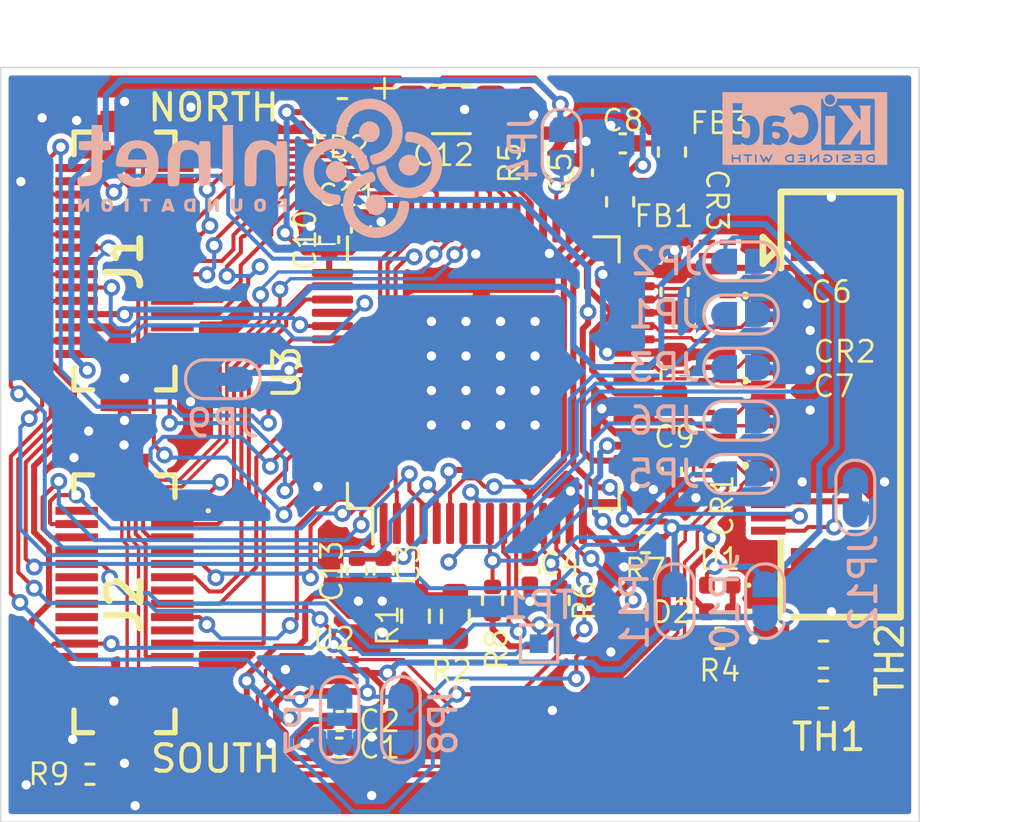
<source format=kicad_pcb>
(kicad_pcb (version 20240108) (generator "pcbnew") (generator_version "8.0")
  (title_block (title "DVI Adapter board") (date "2024-02-16") (rev "V0.09") (company "Copyright (C) Victor Suarez Rovere") (comment 1 "License:  CERN OHL-S") (comment 2 "PCB design:  Mitch Altman & Victor Suarez Rovere") (comment 3 "Schematics capture:  Mitch Altman & Victor Suarez Rovere") (comment 4 "Circuit design & parts selection:  Victor Suarez Rovere"))
  (layers (0 "F.Cu" signal) (31 "B.Cu" signal) (34 "B.Paste" user) (35 "F.Paste" user) (36 "B.SilkS" user "B.Silkscreen") (37 "F.SilkS" user "F.Silkscreen") (38 "B.Mask" user) (39 "F.Mask" user) (44 "Edge.Cuts" user))
  (net 0 "")
  (net 1 "VCC3V3")
  (net 2 "GND")
  (net 3 "VCCIN")
  (net 4 "+3V3")
  (net 5 "B1")
  (net 6 "LCD_DE")
  (net 7 "R6")
  (net 8 "R7")
  (net 9 "B0")
  (net 10 "R4")
  (net 11 "R5")
  (net 12 "G1")
  (net 13 "SDA")
  (net 14 "R2")
  (net 15 "SCK")
  (net 16 "R3")
  (net 17 "G0")
  (net 18 "G6")
  (net 19 "G7")
  (net 20 "R1")
  (net 21 "R0")
  (net 22 "G4")
  (net 23 "G2")
  (net 24 "G5")
  (net 25 "G3")
  (net 26 "B6")
  (net 27 "B7")
  (net 28 "B4")
  (net 29 "B5")
  (net 30 "B2")
  (net 31 "B3")
  (net 32 "DVDD")
  (net 33 "TVDD")
  (net 34 "PVDD")
  (net 35 "SDA_SHIFTED")
  (net 36 "LCD_HSYNC")
  (net 37 "LCD_VSYNC")
  (net 38 "SCK_SHIFTED")
  (net 39 "PCLK")
  (net 40 "HPD")
  (net 41 "PSEL")
  (net 42 "HPD2")
  (net 63 "Net-(U3-Vref)")
  (net 64 "Net-(JP4-B)")
  (net 65 "Net-(JP5-B)")
  (net 66 "Net-(JP6-B)")
  (net 67 "Net-(JP1-B)")
  (net 68 "Net-(JP2-B)")
  (net 69 "Net-(JP3-B)")
  (net 70 "Net-(JP7-C)")
  (net 71 "Net-(JP9-B)")
  (net 72 "Net-(U3-TFADJ)")
  (net 73 "V_DVI")
  (net 74 "/TXC-")
  (net 75 "/TXC+")
  (net 76 "/TX0-")
  (net 77 "/TX0+")
  (net 78 "/TX1-")
  (net 79 "/TX1+")
  (net 80 "/TX2-")
  (net 81 "/TX2+")
  (net 86 "Net-(JP12-B)")
  (net 88 "Net-(JP8-C)")
  (net 90 "V_DVI_OUT")
  (footprint "Library:DF12NB3030DP05V51" (layer "F.Cu") (at 108.4 120.1875 90)
    (property "Reference" "J1")
    (property "Value" "DF12NB(3.0)-30DS-0.5V(51)" (hide yes))
  )
  (footprint "Library:XFCN_F0501-B-20-20T-R" (layer "F.Cu") (at 134.9 125.5875 90)
    (property "Reference" "J3" (hide yes))
    (property "Value" "FPC Cable connector 1x20" (hide yes))
  )
  (footprint "Diode_SMD:D_0402_1005Metric" (layer "F.Cu") (at 130.8 132.3875 180)
    (property "Reference" "D1")
    (property "Value" "NSR05F40NXT5G")
  )
  (footprint "Library:DQM8" (layer "F.Cu") (at 116.28 135.7875)
    (property "Reference" "U2")
    (property "Value" "TXS0102DQMR")
  )
  (footprint "Library:C_0402_1005Metric" (layer "F.Cu") (at 129 128.0875 -90)
    (property "Reference" "C9")
    (property "Value" "0.01uF")
  )
  (footprint "Library:C_0402_1005Metric" (layer "F.Cu") (at 117.3 119 90)
    (property "Reference" "C11")
    (property "Value" "2.2uF")
  )
  (footprint "Library:C_0402_1005Metric" (layer "F.Cu") (at 125.65 116.8625 90)
    (property "Reference" "C5")
    (property "Value" "0.1uF")
  )
  (footprint "Diode_SMD:D_0402_1005Metric" (layer "F.Cu") (at 130.8 133.3875 180)
    (property "Reference" "D2")
    (property "Value" "NSR05F40NXT5G")
  )
  (footprint "Capacitor_SMD:C_0603_1608Metric" (layer "F.Cu") (at 129.1 121.3525 90)
    (property "Reference" "C6")
    (property "Value" "0.01uF")
  )
  (footprint "ESD7004:UDFN10_517BB_ONS-L" (layer "F.Cu") (at 130.7 123.6875 180)
    (property "Reference" "CR2")
    (property "Value" "ESD7004MUTAG")
  )
  (footprint "Resistor_SMD:R_0603_1608Metric" (layer "F.Cu") (at 120.85 133.5625 -90)
    (property "Reference" "R2")
    (property "Value" "8.45K 1%")
  )
  (footprint "Library:C_0402_1005Metric" (layer "F.Cu") (at 123.65 131.8625 -90)
    (property "Reference" "C4")
    (property "Value" "0.1uF")
  )
  (footprint "Inductor_SMD:L_0603_1608Metric" (layer "F.Cu") (at 127.05 117.9625 -90)
    (property "Reference" "FB1")
    (property "Value" "SZ1608K601TF")
  )
  (footprint "Resistor_SMD:R_0402_1005Metric" (layer "F.Cu") (at 124.75 132.9625 -90)
    (property "Reference" "R6")
    (property "Value" "10K")
  )
  (footprint "Library:C_0402_1005Metric" (layer "F.Cu") (at 118.15 131.8625 -90)
    (property "Reference" "C3")
    (property "Value" "0.1uF")
  )
  (footprint "Library:C_0402_1005Metric" (layer "F.Cu") (at 127.15 115.7625 180)
    (property "Reference" "C8")
    (property "Value" "2.2uF")
  )
  (footprint "Resistor_SMD:R_0402_1005Metric" (layer "F.Cu") (at 123.8 115.8875 90)
    (property "Reference" "R5")
    (property "Value" "10K")
  )
  (footprint "Inductor_SMD:L_0603_1608Metric" (layer "F.Cu") (at 116.6 114.5875 180)
    (property "Reference" "FB2")
    (property "Value" "SZ1608K601TF")
  )
  (footprint "Capacitor_SMD:C_0603_1608Metric" (layer "F.Cu") (at 129.1 124.4924 90)
    (property "Reference" "C7")
    (property "Value" "0.01uF")
  )
  (footprint "Package_QFP:LQFP-64-1EP_10x10mm_P0.5mm_EP5x5mm" (layer "F.Cu") (at 121.9 124.3875 90)
    (property "Reference" "U3")
    (property "Value" "TFP410")
  )
  (footprint "Fuse:Fuse_0603_1608Metric" (layer "F.Cu") (at 134.7 136.5 180)
    (property "Reference" "TH1")
    (property "Value" "PRG18BB330MB1RB")
  )
  (footprint "Inductor_SMD:L_0603_1608Metric" (layer "F.Cu") (at 129 116.0875 90)
    (property "Reference" "FB3")
    (property "Value" "SZ1608K601TF")
  )
  (footprint "Library:C_0402_1005Metric" (layer "F.Cu") (at 116.1 119.3875 90)
    (property "Reference" "C10")
    (property "Value" "0.01uF")
  )
  (footprint "Resistor_SMD:R_0603_1608Metric" (layer "F.Cu") (at 119.35 133.5525 90)
    (property "Reference" "R1")
    (property "Value" "8.06K 1%")
  )
  (footprint "Resistor_SMD:R_0402_1005Metric" (layer "F.Cu") (at 122.25 132.9625 -90)
    (property "Reference" "R8")
    (property "Value" "10K")
  )
  (footprint "Library:DF12NB3030DP05V51" (layer "F.Cu") (at 108.4 133.0875 90)
    (property "Reference" "J2")
    (property "Value" "DF12NB(3.0)-30DS-0.5V(51)" (hide yes))
  )
  (footprint "Library:C_0402_1005Metric" (layer "F.Cu") (at 116.48 138.5)
    (property "Reference" "C1")
    (property "Value" "0.1uF")
  )
  (footprint "Resistor_SMD:R_0402_1005Metric" (layer "F.Cu") (at 107.1 139.5 180)
    (property "Reference" "R9")
    (property "Value" "4.7k")
  )
  (footprint "ESD7004:UDFN10_517BB_ONS-L" (layer "F.Cu") (at 130.7 126.887501 180)
    (property "Reference" "CR1")
    (property "Value" "ESD7004MUTAG")
  )
  (footprint "Capacitor_SMD:C_1206_3216Metric" (layer "F.Cu") (at 120.7 114.4875)
    (property "Reference" "C12")
    (property "Value" "22uF")
  )
  (footprint "ESD7004:UDFN10_517BB_ONS-L" (layer "F.Cu") (at 130.7063 120.487499 180)
    (property "Reference" "CR3")
    (property "Value" "ESD7004MUTAG")
  )
  (footprint "Resistor_SMD:R_0402_1005Metric" (layer "F.Cu") (at 128 130.7875)
    (property "Reference" "R7")
    (property "Value" "510")
  )
  (footprint "Library:C_0402_1005Metric" (layer "F.Cu") (at 117.15 131.8625 -90)
    (property "Reference" "C13")
    (property "Value" "2.2uF")
  )
  (footprint "Resistor_SMD:R_0402_1005Metric" (layer "F.Cu") (at 130.8 134.3875)
    (property "Reference" "R4")
    (property "Value" "DNP (10K)")
  )
  (footprint "Library:C_0402_1005Metric" (layer "F.Cu") (at 116.5 137.5 180)
    (property "Reference" "C2")
    (property "Value" "0.1uF")
  )
  (footprint "Fuse:Fuse_0603_1608Metric" (layer "F.Cu") (at 134.7 135 180)
    (property "Reference" "TH2")
    (property "Value" "PRG18BB330MB1RB")
  )
  (footprint "TestPoint:TestPoint_THTPad_1.0x1.0mm_Drill0.5mm" (layer "B.Cu") (at 124 134.5875 180)
    (property "Reference" "TP1")
    (property "Value" "TP_MSEN")
  )
  (footprint "Library:SolderJumper-2_Open_RoundedPad_2.254x0.95mm" (layer "B.Cu") (at 131.6 122.2 180)
    (property "Reference" "JP1")
    (property "Value" "JMP_DK3")
  )
  (footprint "Library:SolderJumper-2_Open_RoundedPad_2.254x0.95mm" (layer "B.Cu") (at 131.6 128.2 180)
    (property "Reference" "JP5")
    (property "Value" "JMP_ISEL")
  )
  (footprint "Library:SolderJumper-3_Bridged_RoundedPad2.71x0.95mm" (layer "B.Cu") (at 118.8 137.43125 -90)
    (property "Reference" "JP8")
    (property "Value" "JMP_SCK")
  )
  (footprint "LOGO" (layer "B.Cu") (at 134 115.2 180)
    (property "Reference" "G***" (hide yes))
    (property "Value" "LOGO" (hide yes))
  )
  (footprint "Library:SolderJumper-2_Open_RoundedPad_2.254x0.95mm" (layer "B.Cu") (at 131.6 120.2 180)
    (property "Reference" "JP2")
    (property "Value" "JMP_DK2")
  )
  (footprint "Library:SolderJumper-2_Open_RoundedPad_2.254x0.95mm" (layer "B.Cu") (at 132.5 132.9875 -90)
    (property "Reference" "JP10")
    (property "Value" "JMP_ISEL")
  )
  (footprint "Library:SolderJumper-2_Open_RoundedPad_2.254x0.95mm" (layer "B.Cu") (at 131.6 126.2 180)
    (property "Reference" "JP6")
    (property "Value" "JMP_EDGE")
  )
  (footprint "Library:SolderJumper-2_Closed_RoundedPad_2.254x0.95mm" (layer "B.Cu") (at 135.9 129.0875 90)
    (property "Reference" "JP12")
    (property "Value" "JMP_CKn")
  )
  (footprint "Library:SolderJumper-2_Closed_RoundedPad_2.254x0.95mm" (layer "B.Cu") (at 112.1 124.6375)
    (property "Reference" "JP9")
    (property "Value" "JMP_CKn")
  )
  (footprint "Library:SolderJumper-2_Open_RoundedPad_2.254x0.95mm" (layer "B.Cu") (at 131.6 124.2 180)
    (property "Reference" "JP3")
    (property "Value" "JMP_DK1")
  )
  (footprint "LOGO" (layer "B.Cu") (at 113.5 116.7 180)
    (property "Reference" "G***" (hide yes))
    (property "Value" "LOGO" (hide yes))
  )
  (footprint "Library:SolderJumper-2_Open_RoundedPad_2.254x0.95mm" (layer "B.Cu") (at 129.1 132.9875 -90)
    (property "Reference" "JP11")
    (property "Value" "JMP_ISEL")
  )
  (footprint "Library:SolderJumper-2_Open_RoundedPad_2.254x0.95mm" (layer "B.Cu") (at 124.85 115.8625 -90)
    (property "Reference" "JP4")
    (property "Value" "JMP_DKEN")
  )
  (footprint "Library:SolderJumper-3_Bridged_RoundedPad2.71x0.95mm" (layer "B.Cu") (at 116.5 137.43125 -90)
    (property "Reference" "JP7")
    (property "Value" "JMP_SDA")
  )
  (gr_rect (start 103.74 112.9065) (end 138.3 141.3) (stroke (width 0.05)) (fill none) (layer "Edge.Cuts"))
  (gr_text "SOUTH" (at 109.3 139.5 0) (layer "F.SilkS") (effects (font (size 1 1)) (justify left bottom)))
  (gr_text "NORTH" (at 109.2 115 0) (layer "F.SilkS") (effects (font (size 1 1)) (justify left bottom)))
  (segment (start 113 135.9875) (end 113 139.2875) (width 0.2286) (layer "F.Cu") (net 1))
  (segment (start 115.2 134.429357) (end 115.2 133.0875) (width 0.2286) (layer "F.Cu") (net 1))
  (segment (start 115.6048 138.8952) (end 114.7952 138.8952) (width 0.2286) (layer "F.Cu") (net 1))
  (segment (start 106.5 126.400772) (end 106.5 124.9) (width 0.2286) (layer "F.Cu") (net 1))
  (segment (start 114.7952 138.8952) (end 114.4613 138.5613) (width 0.2286) (layer "F.Cu") (net 1))
  (segment (start 113 139.2875) (end 112.1875 140.1) (width 0.2286) (layer "F.Cu") (net 1))
  (segment (start 114.913272 135.9875) (end 115.7847 135.9875) (width 0.2286) (layer "F.Cu") (net 1))
  (segment (start 104.9999 130.388812) (end 104.9999 127.900872) (width 0.2286) (layer "F.Cu") (net 1))
  (segment (start 115.5 132.7875) (end 116.1 132.7875) (width 0.2286) (layer "F.Cu") (net 1))
  (segment (start 114.4613 138.5613) (end 114.4613 137.9488) (width 0.2286) (layer "F.Cu") (net 1))
  (segment (start 114.0875 134.7) (end 114.929357 134.7) (width 0.2286) (layer "F.Cu") (net 1))
  (segment (start 120.0063 133.5438) (end 120.85 134.3875) (width 0.2286) (layer "F.Cu") (net 1))
  (segment (start 114.929357 134.7) (end 115.2 134.429357) (width 0.2286) (layer "F.Cu") (net 1))
  (segment (start 104.9 133.7455) (end 105.5587 133.0868) (width 0.2286) (layer "F.Cu") (net 1))
  (segment (start 105.5587 123.9587) (end 105.5587 123.2288) (width 0.2286) (layer "F.Cu") (net 1))
  (segment (start 116.7753 135.9875) (end 115.7847 135.9875) (width 0.2286) (layer "F.Cu") (net 1))
  (segment (start 130.29 134.3875) (end 125.1727 139.5048) (width 0.2286) (layer "F.Cu") (net 1))
  (segment (start 125.1727 139.5048) (end 113.2173 139.5048) (width 0.2286) (layer "F.Cu") (net 1))
  (segment (start 114.1 136.800772) (end 114.913272 135.9875) (width 0.2286) (layer "F.Cu") (net 1))
  (segment (start 105.6 123.1875) (end 106.6 123.1875) (width 0.2286) (layer "F.Cu") (net 1))
  (segment (start 115.2 133.0875) (end 115.5 132.7875) (width 0.2286) (layer "F.Cu") (net 1))
  (segment (start 104.9999 127.900872) (end 106.5 126.400772) (width 0.2286) (layer "F.Cu") (net 1))
  (segment (start 114.3 137.3875) (end 114.6 137.3875) (width 0.2286) (layer "F.Cu") (net 1))
  (segment (start 112.1875 140.1) (end 108.4 140.1) (width 0.2286) (layer "F.Cu") (net 1))
  (segment (start 105.5587 130.947612) (end 104.9999 130.388812) (width 0.2286) (layer "F.Cu") (net 1))
  (segment (start 106.1 140.1) (end 104.9 138.9) (width 0.2286) (layer "F.Cu") (net 1))
  (segment (start 105.5587 133.0868) (end 105.5587 130.947612) (width 0.2286) (layer "F.Cu") (net 1))
  (segment (start 106.5 124.9) (end 105.5587 123.9587) (width 0.2286) (layer "F.Cu") (net 1))
  (segment (start 107.61 139.5) (end 107.6 139.51) (width 0.2286) (layer "F.Cu") (net 1))
  (segment (start 114.1 137.5875) (end 114.3 137.3875) (width 0.2286) (layer "F.Cu") (net 1))
  (segment (start 116.1 132.7875) (end 116.8563 133.5438) (width 0.2286) (layer "F.Cu") (net 1))
  (segment (start 107.6 139.51) (end 107.6 140.1) (width 0.2286) (layer "F.Cu") (net 1))
  (segment (start 113 135.7875) (end 114.0875 134.7) (width 0.2286) (layer "F.Cu") (net 1))
  (segment (start 116 138.5) (end 115.6048 138.8952) (width 0.2286) (layer "F.Cu") (net 1))
  (segment (start 113.2173 139.5048) (end 113 139.2875) (width 0.2286) (layer "F.Cu") (net 1))
  (segment (start 114.1 137.5875) (end 114.1 136.800772) (width 0.2286) (layer "F.Cu") (net 1))
  (segment (start 105.5587 123.2288) (end 105.6 123.1875) (width 0.2286) (layer "F.Cu") (net 1))
  (segment (start 104.9 138.9) (end 104.9 133.7455) (width 0.2286) (layer "F.Cu") (net 1))
  (segment (start 114.4613 137.9488) (end 114.1 137.5875) (width 0.2286) (layer "F.Cu") (net 1))
  (segment (start 113 135.9875) (end 113 135.7875) (width 0.2286) (layer "F.Cu") (net 1))
  (segment (start 116.8563 133.5438) (end 120.0063 133.5438) (width 0.2286) (layer "F.Cu") (net 1))
  (segment (start 108.6 140.1) (end 106.1 140.1) (width 0.2286) (layer "F.Cu") (net 1))
  (via (at 113 135.9875) (size 0.63) (drill 0.35) (layers "F.Cu" "B.Cu") (net 1))
  (via (at 114.6 137.3875) (size 0.63) (drill 0.35) (layers "F.Cu" "B.Cu") (net 1))
  (segment (start 114.4 137.3875) (end 114.6 137.3875) (width 0.2286) (layer "B.Cu") (net 1))
  (segment (start 113 135.9875) (end 114.4 137.3875) (width 0.2286) (layer "B.Cu") (net 1))
  (segment (start 125.15 119.436894) (end 125.15 118.7125) (width 0.2286) (layer "F.Cu") (net 2))
  (segment (start 117.4 138.5) (end 116.96 138.5) (width 0.2286) (layer "F.Cu") (net 2))
  (segment (start 115.677327 128.677327) (end 116.217154 128.1375) (width 0.2286) (layer "F.Cu") (net 2))
  (segment (start 108.4 125.4375) (end 108.4 126.1875) (width 0.2286) (layer "F.Cu") (net 2))
  (segment (start 108.4 138.3375) (end 108.4 139.0875) (width 0.2286) (layer "F.Cu") (net 2))
  (segment (start 125.65 130.15) (end 127.2 131.7) (width 0.2286) (layer "F.Cu") (net 2))
  (segment (start 134.975 131.9875) (end 134.975 133.3625) (width 0.2286) (layer "F.Cu") (net 2))
  (segment (start 126.57678 123.6375) (end 127.575 123.6375) (width 0.2286) (layer "F.Cu") (net 2))
  (segment (start 108 124.2) (end 108.4 124.6) (width 0.2286) (layer "F.Cu") (net 2))
  (segment (start 127.575 126.6375) (end 129.522899 126.6375) (width 0.2286) (layer "F.Cu") (net 2))
  (segment (start 129.5875 128.7875) (end 129.9 129.1) (width 0.2286) (layer "F.Cu") (net 2))
  (segment (start 108.4 114.9375) (end 108.4 114.1875) (width 0.2286) (layer "F.Cu") (net 2))
  (segment (start 127.575 120.6375) (end 126.45 120.6375) (width 0.2286) (layer "F.Cu") (net 2))
  (segment (start 129.7 120.487499) (end 131.211319 120.487499) (width 0.2286) (layer "F.Cu") (net 2))
  (segment (start 108 136.75) (end 108 136.0549) (width 0.2286) (layer "F.Cu") (net 2))
  (segment (start 124.683011 119.903883) (end 125.15 119.436894) (width 0.2286) (layer "F.Cu") (net 2))
  (segment (start 129.7 120.487499) (end 129.549999 120.6375) (width 0.2286) (layer "F.Cu") (net 2))
  (segment (start 125.65 129.313701) (end 125.65 130.0625) (width 0.2286) (layer "F.Cu") (net 2))
  (segment (start 116.217154 128.1375) (end 116.225 128.1375) (width 0.2286) (layer "F.Cu") (net 2))
  (segment (start 129.190001 120.487499) (end 129.7 120.487499) (width 0.2286) (layer "F.Cu") (net 2))
  (segment (start 133.5625 128.8375) (end 132.9 128.8375) (width 0.2286) (layer "F.Cu") (net 2))
  (segment (start 123.65 132.9955) (end 123.6545 133) (width 0.1524) (layer "F.Cu") (net 2))
  (segment (start 129.1299 123.6875) (end 131.0937 123.6875) (width 0.2286) (layer "F.Cu") (net 2))
  (segment (start 129.549999 120.6375) (end 127.575 120.6375) (width 0.2286) (layer "F.Cu") (net 2))
  (segment (start 134.1625 122.8375) (end 132.9 122.8375) (width 0.2286) (layer "F.Cu") (net 2))
  (segment (start 129.1 120.5775) (end 129.1 119.7875) (width 0.2286) (layer "F.Cu") (net 2))
  (segment (start 117.2 132.3925) (end 117.15 132.3425) (width 0.2286) (layer "F.Cu") (net 2))
  (segment (start 117.3 118.52) (end 117.9575 118.52) (width 0.2286) (layer "F.Cu") (net 2))
  (segment (start 126.9875 129.3) (end 127.6 128.6875) (width 0.3048) (layer "F.Cu") (net 2))
  (segment (start 116.4875 118.52) (end 116.1 118.9075) (width 0.2286) (layer "F.Cu") (net 2))
  (segment (start 108 136.0549) (end 107.5326 135.5875) (width 0.2286) (layer "F.Cu") (net 2))
  (segment (start 115.42 118.9075) (end 115.4 118.8875) (width 0.2286) (layer "F.Cu") (net 2))
  (segment (start 126.7 134.9) (end 126.7 135.386728) (width 0.2286) (layer "F.Cu") (net 2))
  (segment (start 125.65 130.0625) (end 125.65 130.15) (width 0.2286) (layer "F.Cu") (net 2))
  (segment (start 116.1 118.9075) (end 115.42 118.9075) (width 0.2286) (layer "F.Cu") (net 2))
  (segment (start 128.2 128.6875) (end 128.3 128.7875) (width 0.2286) (layer "F.Cu") (net 2))
  (segment (start 115.5 137.5) (end 116.02 137.5) (width 0.2286) (layer "F.Cu") (net 2))
  (segment (start 134.2 125.8) (end 134.1625 125.8375) (width 0.2286) (layer "F.Cu") (net 2))
  (segment (start 132.067763 134.447944) (end 131.370444 134.447944) (width 0.2286) (layer "F.Cu") (net 2))
  (segment (start 118.2952 134.3775) (end 118.1 134.1823) (width 0.2286) (layer "F.Cu") (net 2))
  (segment (start 127.6 128.1625) (end 127.575 128.1375) (width 0.2286) (layer "F.Cu") (net 2))
  (segment (start 123.8 115.3775) (end 123.8 114.6875) (width 0.2286) (layer "F.Cu") (net 2))
  (segment (start 121.61633 119.9295) (end 121.61633 122.09617) (width 0.2286) (layer "F.Cu") (net 2))
  (segment (start 117.7 138.2) (end 117.4 138.5) (width 0.2286) (layer "F.Cu") (net 2))
  (segment (start 122.175 114.4875) (end 121.2 114.4875) (width 0.2286) (layer "F.Cu") (net 2))
  (segment (start 117.15 132.3425) (end 118.15 132.3425) (width 0.2286) (layer "F.Cu") (net 2))
  (segment (start 126.56548 123.6262) (end 126.57678 123.6375) (width 0.2286) (layer "F.Cu") (net 2))
  (segment (start 108.3823 127.111443) (end 108.3823 127.8198) (width 0.2286) (layer "F.Cu") (net 2))
  (segment (start 121.61633 122.09617) (end 121.25 122.4625) (width 0.2286) (layer "F.Cu") (net 2))
  (segment (start 133.5163 120.4462) (end 134.1 121.0299) (width 0.2286) (layer "F.Cu") (net 2))
  (segment (start 134.2 122.8) (end 134.1625 122.8375) (width 0.2286) (layer "F.Cu") (net 2))
  (segment (start 119.35 134.3775) (end 118.2952 134.3775) (width 0.2286) (layer "F.Cu") (net 2))
  (segment (start 117.7 138.1) (end 117.7 138.2) (width 0.2286) (layer "F.Cu") (net 2))
  (segment (start 108.4 125.4375) (end 108.4 124.6) (width 0.2286) (layer "F.Cu") (net 2))
  (segment (start 117.3 118.52) (end 116.4875 118.52) (width 0.2286) (layer "F.Cu") (net 2))
  (segment (start 126.358745 126.145639) (end 126.850606 126.6375) (width 0.2286) (layer "F.Cu") (net 2))
  (segment (start 125.9388 132.9612) (end 125 132.9612) (width 0.2286) (layer "F.Cu") (net 2))
  (segment (start 123.6545 133) (end 123.6933 132.9612) (width 0.1524) (layer "F.Cu") (net 2))
  (segment (start 131.141299 120.4462) (end 133.5163 120.4462) (width 0.2286) (layer "F.Cu") (net 2))
  (segment (start 133.6375 121.3375) (end 132.9 121.3375) (width 0.2286) (layer "F.Cu") (net 2))
  (segment (start 124.389712 119.903883) (end 124.683011 119.903883) (width 0.2286) (layer "F.Cu") (net 2))
  (segment (start 127.6 128.6875) (end 128.2 128.6875) (width 0.2286) (layer "F.Cu") (net 2))
  (segment (start 113.7048 138.142711) (end 113.905 138.342911) (width 0.2286) (layer "F.Cu") (net 2))
  (segment (start 126.45 120.6375) (end 126.4 120.6875) (width 0.2286) (layer "F.Cu") (net 2))
  (segment (start 128.68 128.5675) (end 129 128.5675) (width 0.2286) (layer "F.Cu") (net 2))
  (segment (start 115.2 137.8) (end 115.5 137.5) (width 0.2286) (layer "F.Cu") (net 2))
  (segment (start 125.1818 128.845501) (end 125.211277 128.845501) (width 0.3048) (layer "F.Cu") (net 2))
  (segment (start 134.975 119.1875) (end 134.975 117.8125) (width 0.2286) (layer "F.Cu") (net 2))
  (segment (start 128.3 128.7875) (end 129.5875 128.7875) (width 0.2286) (layer "F.Cu") (net 2))
  (segment (start 134.1 121.8) (end 133.6375 121.3375) (width 0.2286) (layer "F.Cu") (net 2))
  (segment (start 128.25 128.1375) (end 128.68 128.5675) (width 0.2286) (layer "F.Cu") (net 2))
  (segment (start 106.6 122.6875) (end 107.6286 122.6875) (width 0.2286) (layer "F.Cu") (net 2))
  (segment (start 127.575 123.6375) (end 129.0201 123.6375) (width 0.2286) (layer "F.Cu") (net 2))
  (segment (start 124.986728 137.1) (end 124.5 137.1) (width 0.2286) (layer "F.Cu") (net 2))
  (segment (start 126.67 115.7625) (end 126.67 115.1175) (width 0.2286) (layer "F.Cu") (net 2))
  (segment (start 107.6286 122.6875) (end 108 123.0589) (width 0.2286) (layer "F.Cu") (net 2))
  (segment (start 118.15 132.9375) (end 118.1 132.9875) (width 0.2286) (layer "F.Cu") (net 2))
  (segment (start 115.2 138.3394) (end 115.2 137.8) (width 0.2286) (layer "F.Cu") (net 2))
  (segment (start 126.67 115.1175) (end 126.7 115.0875) (width 0.2286) (layer "F.Cu") (net 2))
  (segment (start 125.211277 128.845501) (end 125.665776 129.3) (width 0.3048) (layer "F.Cu") (net 2))
  (segment (start 131.370444 134.447944) (end 131.31 134.3875) (width 0.2286) (layer "F.Cu") (net 2))
  (segment (start 118.058001 118.7125) (end 118.15 118.7125) (width 0.2286) (layer "F.Cu") (net 2))
  (segment (start 129.0201 123.6375) (end 129.1 123.7174) (width 0.2286) (layer "F.Cu") (net 2))
  (segment (start 114.452189 135.561989) (end 114.452189 135.945689) (width 0.2286) (layer "F.Cu") (net 2))
  (segment (start 114.452189 135.945689) (end 113.7048 136.693078) (width 0.2286) (layer "F.Cu") (net 2))
  (segment (start 129 128.5675) (end 128.52 128.5675) (width 0.2286) (layer "F.Cu") (net 2))
  (segment (start 125.65 116.3825) (end 125.65 115.804) (width 0.2286) (layer "F.Cu") (net 2))
  (segment (start 117.2 132.9875) (end 117.2 132.3925) (width 0.2286) (layer "F.Cu") (net 2))
  (segment (start 129.522899 126.6375) (end 129.7729 126.887501) (width 0.2286) (layer "F.Cu") (net 2))
  (segment (start 131.1 120.487499) (end 131.141299 120.4462) (width 0.2286) (layer "F.Cu") (net 2))
  (segment (start 129.7729 126.887501) (end 131.0937 126.887501) (width 0.2286) (layer "F.Cu") (net 2))
  (segment (start 125.665776 129.3) (end 126.9875 129.3) (width 0.3048) (layer "F.Cu") (net 2))
  (segment (start 126.358745 125.74553) (end 126.358745 126.145639) (width 0.2286) (layer "F.Cu") (net 2))
  (segment (start 117.9575 118.52) (end 118.15 118.7125) (width 0.2286) (layer "F.Cu") (net 2))
  (segment (start 127.2 131.7) (end 125.9388 132.9612) (width 0.2286) (layer "F.Cu") (net 2))
  (segment (start 107.5326 135.5875) (end 106.6 135.5875) (width 0.2286) (layer "F.Cu") (net 2))
  (segment (start 123.6933 132.9612) (end 125 132.9612) (width 0.1524) (layer "F.Cu") (net 2))
  (segment (start 127.575 128.1375) (end 128.25 128.1375) (width 0.2286) (layer "F.Cu") (net 2))
  (segment (start 127.6 128.6875) (end 127.6 128.1625) (width 0.2286) (layer "F.Cu") (net 2))
  (segment (start 134.975 117.8125) (end 135 117.7875) (width 0.2286) (layer "F.Cu") (net 2))
  (segment (start 134.1625 124.3375) (end 132.9 124.3375) (width 0.2286) (layer "F.Cu") (net 2))
  (segment (start 123.65 132.3425) (end 123.65 132.9955) (width 0.1524) (layer "F.Cu") (net 2))
  (segment (start 118.15 132.3425) (end 118.15 132.9375) (width 0.2286) (layer "F.Cu") (net 2))
  (segment (start 134.1 121.0299) (end 134.1 121.8) (width 0.2286) (layer "F.Cu") (net 2))
  (segment (start 125.65 115.804) (end 125.7665 115.6875) (width 0.2286) (layer "F.Cu") (net 2))
  (segment (start 126.7 135.386728) (end 124.986728 137.1) (width 0.2286) (layer "F.Cu") (net 2))
  (segment (start 114.452189 135.561989) (end 114.4777 135.5875) (width 0.2286) (layer "F.Cu") (net 2))
  (segment (start 134.2 124.3) (end 134.1625 124.3375) (width 0.2286) (layer "F.Cu") (net 2))
  (segment (start 133.9 128.5) (end 133.5625 128.8375) (width 0.2286) (layer "F.Cu") (net 2))
  (segment (start 134.1625 125.8375) (end 132.9 125.8375) (width 0.2286) (layer "F.Cu") (net 2))
  (segment (start 108.3823 127.8198) (end 108.4 127.8375) (width 0.2286) (layer "F.Cu") (net 2))
  (segment (start 125.1818 128.845501) (end 125.65 129.313701) (width 0.2286) (layer "F.Cu") (net 2))
  (segment (start 108 123.0589) (end 108 124.2) (width 0.2286) (layer "F.Cu") (net 2))
  (segment (start 114.4777 135.5875) (end 115.7847 135.5875) (width 0.2286) (layer "F.Cu") (net 2))
  (segment (start 128.52 128.5675) (end 128.3 128.7875) (width 0.2286) (layer "F.Cu") (net 2))
  (segment (start 113.7048 136.693078) (end 113.7048 138.142711) (width 0.2286) (layer "F.Cu") (net 2))
  (segment (start 129.1 123.7174) (end 129.1299 123.6875) (width 0.2286) (layer "F.Cu") (net 2))
  (segment (start 134.975 133.3625) (end 135 133.3875) (width 0.2286) (layer "F.Cu") (net 2))
  (segment (start 126.850606 126.6375) (end 127.575 126.6375) (width 0.2286) (layer "F.Cu") (net 2))
  (via (at 105.3 114.8) (size 0.63) (drill 0.35) (layers "F.Cu" "B.Cu") (net 2))
  (via (at 121.25 125.0625) (size 0.63) (drill 0.35) (layers "F.Cu" "B.Cu") (net 2))
  (via (at 119.95 123.7625) (size 0.63) (drill 0.35) (layers "F.Cu" "B.Cu") (net 2))
  (via (at 124.389712 119.903883) (size 0.63) (drill 0.35) (layers "F.Cu" "B.Cu") (net 2))
  (via (at 118.1 132.9875) (size 0.63) (drill 0.35) (layers "F.Cu" "B.Cu") (net 2))
  (via (at 119.95 125.0625) (size 0.63) (drill 0.35) (layers "F.Cu" "B.Cu") (net 2))
  (via (at 123.85 123.7625) (size 0.63) (drill 0.35) (layers "F.Cu" "B.Cu") (net 2))
  (via (at 125.7665 115.6875) (size 0.63) (drill 0.35) (layers "F.Cu" "B.Cu") (net 2))
  (via (at 106.45 138.1875) (size 0.63) (drill 0.35) (layers "F.Cu" "B.Cu") (net 2))
  (via (at 104.7 139.9) (size 0.63) (drill 0.35) (layers "F.Cu" "B.Cu") (net 2))
  (via (at 121.25 123.7625) (size 0.63) (drill 0.35) (layers "F.Cu" "B.Cu") (net 2))
  (via (at 122.55 122.4625) (size 0.63) (drill 0.35) (layers "F.Cu" "B.Cu") (net 2))
  (via (at 127.2 131.7) (size 0.63) (drill 0.35) (layers "F.Cu" "B.Cu") (net 2))
  (via (at 115.677327 128.677327) (size 0.63) (drill 0.35) (layers "F.Cu" "B.Cu") (net 2))
  (via (at 126.358745 125.74553) (size 0.63) (drill 0.35) (layers "F.Cu" "B.Cu") (net 2))
  (via (at 108.4 126.1875) (size 0.63) (drill 0.35) (layers "F.Cu" "B.Cu") (net 2))
  (via (at 121.61633 119.9295) (size 0.63) (drill 0.35) (layers "F.Cu" "B.Cu") (net 2))
  (via (at 117.2 132.9875) (size 0.63) (drill 0.35) (layers "F.Cu" "B.Cu") (net 2))
  (via (at 119.95 122.4625) (size 0.63) (drill 0.35) (layers "F.Cu" "B.Cu") (net 2))
  (via (at 119.95 126.3625) (size 0.63) (drill 0.35) (layers "F.Cu" "B.Cu") (net 2))
  (via (at 121.25 126.3625) (size 0.63) (drill 0.35) (layers "F.Cu" "B.Cu") (net 2))
  (via (at 134.2 122.8) (size 0.63) (drill 0.35) (layers "F.Cu" "B.Cu") (net 2))
  (via (at 129.9 129.1) (size 0.63) (drill 0.35) (layers "F.Cu" "B.Cu") (net 2))
  (via (at 122.55 125.0625) (size 0.63) (drill 0.35) (layers "F.Cu" "B.Cu") (net 2))
  (via (at 115.2 138.3394) (size 0.63) (drill 0.35) (layers "F.Cu" "B.Cu") (net 2))
  (via (at 108.8 140.685) (size 0.63) (drill 0.35) (layers "F.Cu" "B.Cu") (net 2))
  (via (at 121.25 122.4625) (size 0.63) (drill 0.35) (layers "F.Cu" "B.Cu") (net 2))
  (via (at 126.4 120.6875) (size 0.63) (drill 0.35) (layers "F.Cu" "B.Cu") (net 2))
  (via (at 134.2 125.8) (size 0.63) (drill 0.35) (layers "F.Cu" "B.Cu") (net 2))
  (via (at 115.4 118.8875) (size 0.63) (drill 0.35) (layers "F.Cu" "B.Cu") (net 2))
  (via (at 113.905 138.342911) (size 0.63) (drill 0.35) (layers "F.Cu" "B.Cu") (net 2))
  (via (at 134.1 121.8) (size 0.63) (drill 0.35) (layers "F.Cu" "B.Cu") (net 2))
  (via (at 106.6 114.9) (size 0.63) (drill 0.35) (layers "F.Cu" "B.Cu") (net 2))
  (via (at 118.058001 118.7125) (size 0.63) (drill 0.35) (layers "F.Cu" "B.Cu") (net 2))
  (via (at 133.9 128.5) (size 0.63) (drill 0.35) (layers "F.Cu" "B.Cu") (net 2))
  (via (at 108.4 124.6) (size 0.63) (drill 0.35) (layers "F.Cu" "B.Cu") (net 2))
  (via (at 108.4 114.1875) (size 0.63) (drill 0.35) (layers "F.Cu" "B.Cu") (net 2))
  (via (at 123.8 114.6875) (size 0.63) (drill 0.35) (layers "F.Cu" "B.Cu") (net 2))
  (via (at 117.7 140.3) (size 0.63) (drill 0.35) (layers "F.Cu" "B.Cu") (net 2))
  (via (at 118.1 134.1823) (size 0.63) (drill 0.35) (layers "F.Cu" "B.Cu") (net 2))
  (via (at 127.6 128.6875) (size 0.63) (drill 0.35) (layers "F.Cu" "B.Cu") (net 2))
  (via (at 122.55 123.7625) (size 0.63) (drill 0.35) (layers "F.Cu" "B.Cu") (net 2))
  (via (at 134.2 124.3) (size 0.63) (drill 0.35) (layers "F.Cu" "B.Cu") (net 2))
  (via (at 107.05 126.5875) (size 0.63) (drill 0.35) (layers "F.Cu" "B.Cu") (net 2))
  (via (at 108.4 139.0875) (size 0.63) (drill 0.35) (layers "F.Cu" "B.Cu") (net 2))
  (via (at 106.5 127.5875) (size 0.63) (drill 0.35) (layers "F.Cu" "B.Cu") (net 2))
  (via (at 104.5 117.2) (size 0.63) (drill 0.35) (layers "F.Cu" "B.Cu") (net 2))
  (via (at 108.3823 127.111443) (size 0.63) (drill 0.35) (layers "F.Cu" "B.Cu") (net 2))
  (via (at 135 117.7875) (size 0.63) (drill 0.35) (layers "F.Cu" "B.Cu") (net 2))
  (via (at 122.55 126.3625) (size 0.63) (drill 0.35) (layers "F.Cu" "B.Cu") (net 2))
  (via (at 126.7 134.9) (size 0.63) (drill 0.35) (layers "F.Cu" "B.Cu") (net 2))
  (via (at 126.7 115.0875) (size 0.63) (drill 0.35) (layers "F.Cu" "B.Cu") (net 2))
  (via (at 137 128.5) (size 0.63) (drill 0.35) (layers "F.Cu" "B.Cu") (net 2))
  (via (at 135 133.3875) (size 0.63) (drill 0.35) (layers "F.Cu" "B.Cu") (net 2))
  (via (at 117.7 138.1) (size 0.63) (drill 0.35) (layers "F.Cu" "B.Cu") (net 2))
  (via (at 125.1818 128.845501) (size 0.63) (drill 0.35) (layers "F.Cu" "B.Cu") (net 2))
  (via (at 128.3 128.7875) (size 0.63) (drill 0.35) (layers "F.Cu" "B.Cu") (net 2))
  (via (at 123.85 125.0625) (size 0.63) (drill 0.35) (layers "F.Cu" "B.Cu") (net 2))
  (via (at 129.1 119.7875) (size 0.63) (drill 0.35) (layers "F.Cu" "B.Cu") (net 2))
  (via (at 108 136.75) (size 0.63) (drill 0.35) (layers "F.Cu" "B.Cu") (net 2))
  (via (at 110.885139 125.4818) (size 0.63) (drill 0.35) (layers "F.Cu" "B.Cu") (net 2))
  (via (at 123.6545 133) (size 0.63) (drill 0.35) (layers "F.Cu" "B.Cu") (net 2))
  (via (at 126.56548 123.6262) (size 0.63) (drill 0.35) (layers "F.Cu" "B.Cu") (net 2))
  (via (at 123.85 126.3625) (size 0.63) (drill 0.35) (layers "F.Cu" "B.Cu") (net 2))
  (via (at 132.067763 134.447944) (size 0.63) (drill 0.35) (layers "F.Cu" "B.Cu") (net 2))
  (via (at 123.85 122.4625) (size 0.63) (drill 0.35) (layers "F.Cu" "B.Cu") (net 2))
  (via (at 121.2 114.4875) (size 0.63) (drill 0.35) (layers "F.Cu" "B.Cu") (net 2))
  (via (at 110.9 114.4) (size 0.63) (drill 0.35) (layers "F.Cu" "B.Cu") (net 2))
  (via (at 124.5 137.1) (size 0.63) (drill 0.35) (layers "F.Cu" "B.Cu") (net 2))
  (via (at 114.452189 135.561989) (size 0.63) (drill 0.35) (layers "F.Cu" "B.Cu") (net 2))
  (segment (start 133.7 122.2) (end 134.1 121.8) (width 0.2286) (layer "B.Cu") (net 2))
  (segment (start 134.1 124.2) (end 134.2 124.3) (width 0.2286) (layer "B.Cu") (net 2))
  (segment (start 136.191371 129.6788) (end 135.9 129.6788) (width 0.2286) (layer "B.Cu") (net 2))
  (segment (start 123.929098 133) (end 125 134.070902) (width 0.2286) (layer "B.Cu") (net 2))
  (segment (start 115.575 118.7125) (end 115.4 118.8875) (width 0.2286) (layer "B.Cu") (net 2))
  (segment (start 126.4 123.46072) (end 126.56548 123.6262) (width 0.2286) (layer "B.Cu") (net 2))
  (segment (start 112.7 116.2) (end 112.7 118.318557) (width 0.3048) (layer "B.Cu") (net 2))
  (segment (start 106.4125 138.1875) (end 104.7 139.9) (width 0.2286) (layer "B.Cu") (net 2))
  (segment (start 126.686775 125.4175) (end 131.600625 125.4175) (width 0.2286) (layer "B.Cu") (net 2))
  (segment (start 117.88125 138.28125) (end 118.8 138.28125) (width 0.2286) (layer "B.Cu") (net 2))
  (segment (start 120.7437 114.0312) (end 121.2 114.4875) (width 0.2286) (layer "B.Cu") (net 2))
  (segment (start 132.1875 124.2) (end 134.1 124.2) (width 0.2286) (layer "B.Cu") (net 2))
  (segment (start 110.903339 125.5) (end 115 125.5) (width 0.3048) (layer "B.Cu") (net 2))
  (segment (start 133.6 128.2) (end 133.9 128.5) (width 0.2286) (layer "B.Cu") (net 2))
  (segment (start 132.1875 122.2) (end 133.7 122.2) (width 0.2286) (layer "B.Cu") (net 2))
  (segment (start 108.8 140.685) (end 108.4 140.285) (width 0.2286) (layer "B.Cu") (net 2))
  (segment (start 106.45 138.1875) (end 106.4125 138.1875) (width 0.2286) (layer "B.Cu") (net 2))
  (segment (start 126.4 120.6875) (end 126.4 123.46072) (width 0.2286) (layer "B.Cu") (net 2))
  (segment (start 132.1875 120.2) (end 132.5 120.2) (width 0.2286) (layer "B.Cu") (net 2))
  (segment (start 117.51875 138.28125) (end 116.5 138.28125) (width 0.2286) (layer "B.Cu") (net 2))
  (segment (start 117.7 138.1) (end 117.7 140.3) (width 0.2286) (layer "B.Cu") (net 2))
  (segment (start 116.5 138.28125) (end 115.25815 138.28125) (width 0.2286) (layer "B.Cu") (net 2))
  (segment (start 110.885139 125.4818) (end 110.903339 125.5) (width 0.3048) (layer "B.Cu") (net 2))
  (segment (start 125 134.070902) (end 125 134.4) (width 0.2286) (layer "B.Cu") (net 2))
  (segment (start 114.688479 119.72417) (end 115.4 119.012649) (width 0.3048) (layer "B.Cu") (net 2))
  (segment (start 110.885139 124.822545) (end 111.070184 124.6375) (width 0.2286) (layer "B.Cu") (net 2))
  (segment (start 111.2688 114.0312) (end 120.7437 114.0312) (width 0.2286) (layer "B.Cu") (net 2))
  (segment (start 126.358745 125.74553) (end 126.686775 125.4175) (width 0.2286) (layer "B.Cu") (net 2))
  (segment (start 118.1125 133) (end 118.1 132.9875) (width 0.2286) (layer "B.Cu") (net 2))
  (segment (start 125 134.4) (end 125.5444 134.9444) (width 0.2286) (layer "B.Cu") (net 2))
  (segment (start 132.1875 126.004375) (end 132.1875 126.2) (width 0.2286) (layer "B.Cu") (net 2))
  (segment (start 110.9 114.4) (end 112.7 116.2) (width 0.3048) (layer "B.Cu") (net 2))
  (segment (start 131.600625 125.4175) (end 132.1875 126.004375) (width 0.2286) (layer "B.Cu") (net 2))
  (segment (start 132.5 120.2) (end 134.1 121.8) (width 0.2286) (layer "B.Cu") (net 2))
  (segment (start 123.6545 133) (end 123.929098 133) (width 0.2286) (layer "B.Cu") (net 2))
  (segment (start 137 128.5) (end 137 128.870171) (width 0.2286) (layer "B.Cu") (net 2))
  (segment (start 118.1 134.1823) (end 118.1 132.9875) (width 0.2286) (layer "B.Cu") (net 2))
  (segment (start 112.7 118.318557) (end 114.105613 119.72417) (width 0.3048) (layer "B.Cu") (net 2))
  (segment (start 123.6545 133) (end 118.1125 133) (width 0.2286) (layer "B.Cu") (net 2))
  (segment (start 115 125.5) (end 116.7375 123.7625) (width 0.3048) (layer "B.Cu") (net 2))
  (segment (start 114.105613 119.72417) (end 114.688479 119.72417) (width 0.3048) (layer "B.Cu") (net 2))
  (segment (start 119.756083 125.256417) (end 119.95 125.0625) (width 0.2286) (layer "B.Cu") (net 2))
  (segment (start 132.1875 128.2) (end 133.6 128.2) (width 0.2286) (layer "B.Cu") (net 2))
  (segment (start 117.7 138.1) (end 117.88125 138.28125) (width 0.2286) (layer "B.Cu") (net 2))
  (segment (start 125.5444 134.9444) (end 126.6556 134.9444) (width 0.2286) (layer "B.Cu") (net 2))
  (segment (start 126.6556 134.9444) (end 126.7 134.9) (width 0.2286) (layer "B.Cu") (net 2))
  (segment (start 110.9 114.4) (end 111.2688 114.0312) (width 0.2286) (layer "B.Cu") (net 2))
  (segment (start 111.070184 124.6375) (end 111.5087 124.6375) (width 0.2286) (layer "B.Cu") (net 2))
  (segment (start 121.61633 119.9295) (end 120.39933 118.7125) (width 0.2286) (layer "B.Cu") (net 2))
  (segment (start 108.4 140.285) (end 108.4 139.0875) (width 0.2286) (layer "B.Cu") (net 2))
  (segment (start 129.9 129.1) (end 133.3 129.1) (width 0.2286) (layer "B.Cu") (net 2))
  (segment (start 120.39933 118.7125) (end 115.575 118.7125) (width 0.2286) (layer "B.Cu") (net 2))
  (segment (start 137 128.870171) (end 136.191371 129.6788) (width 0.2286) (layer "B.Cu") (net 2))
  (segment (start 133.3 129.1) (end 133.9 128.5) (width 0.2286) (layer "B.Cu") (net 2))
  (segment (start 133.8 126.2) (end 134.2 125.8) (width 0.2286) (layer "B.Cu") (net 2))
  (segment (start 116.7375 123.7625) (end 119.95 123.7625) (width 0.3048) (layer "B.Cu") (net 2))
  (segment (start 117.7 138.1) (end 117.51875 138.28125) (width 0.2286) (layer "B.Cu") (net 2))
  (segment (start 115.25815 138.28125) (end 115.2 138.3394) (width 0.2286) (layer "B.Cu") (net 2))
  (segment (start 132.1875 126.2) (end 133.8 126.2) (width 0.2286) (layer "B.Cu") (net 2))
  (segment (start 110.885139 125.4818) (end 110.885139 124.822545) (width 0.2286) (layer "B.Cu") (net 2))
  (segment (start 115.4 119.012649) (end 115.4 118.8875) (width 0.3048) (layer "B.Cu") (net 2))
  (segment (start 108.3872 122.1875) (end 106.6 122.1875) (width 0.2286) (layer "F.Cu") (net 3))
  (segment (start 130.315 131.9725) (end 130.6 131.6875) (width 0.1524) (layer "F.Cu") (net 3))
  (segment (start 108.3997 122.2) (end 108.3872 122.1875) (width 0.2286) (layer "F.Cu") (net 3))
  (segment (start 130.315 132.3875) (end 130.315 131.9725) (width 0.1524) (layer "F.Cu") (net 3))
  (via (at 130.6 131.6875) (size 0.63) (drill 0.35) (layers "F.Cu" "B.Cu") (net 3))
  (via (at 108.3997 122.2) (size 0.63) (drill 0.35) (layers "F.Cu" "B.Cu") (net 3))
  (segment (start 125.2874 123.3874) (end 126.0825 124.1825) (width 0.2286) (layer "B.Cu") (net 3))
  (segment (start 128.6 123.7) (end 128.6 121.074228) (width 0.2286) (layer "B.Cu") (net 3))
  (segment (start 135.2 121.4875) (end 135.2 127.2) (width 0.2286) (layer "B.Cu") (net 3))
  (segment (start 135.2 127.2) (end 134.5437 127.8563) (width 0.2286) (layer "B.Cu") (net 3))
  (segment (start 134.5437 127.8563) (end 134.5437 130.3563) (width 0.2286) (layer "B.Cu") (net 3))
  (segment (start 128.6 121.074228) (end 130.874228 118.8) (width 0.2286) (layer "B.Cu") (net 3))
  (segment (start 130.874228 118.8) (end 132.5125 118.8) (width 0.2286) (layer "B.Cu") (net 3))
  (segment (start 128.1175 124.1825) (end 128.6 123.7) (width 0.2286) (layer "B.Cu") (net 3))
  (segment (start 134.5437 130.3563) (end 132.5 132.4) (width 0.2286) (layer "B.Cu") (net 3))
  (segment (start 115.435586 121.1588) (end 124.8588 121.1588) (width 0.2286) (layer "B.Cu") (net 3))
  (segment (start 126.0825 124.1825) (end 128.1175 124.1825) (width 0.2286) (layer "B.Cu") (net 3))
  (segment (start 132.5 132.4) (end 132.5 132.1875) (width 0.2286) (layer "B.Cu") (net 3))
  (segment (start 124.8588 121.1588) (end 125.2874 121.5874) (width 0.2286) (layer "B.Cu") (net 3))
  (segment (start 132.5125 118.8) (end 135.2 121.4875) (width 0.2286) (layer "B.Cu") (net 3))
  (segment (start 125.2874 121.5874) (end 125.2874 123.3874) (width 0.2286) (layer "B.Cu") (net 3))
  (segment (start 114.578545 122.015841) (end 115.435586 121.1588) (width 0.2286) (layer "B.Cu") (net 3))
  (segment (start 108.3997 122.2) (end 108.583859 122.015841) (width 0.2286) (layer "B.Cu") (net 3))
  (segment (start 108.583859 122.015841) (end 114.578545 122.015841) (width 0.2286) (layer "B.Cu") (net 3))
  (segment (start 132 131.6875) (end 130.6 131.6875) (width 0.2286) (layer "B.Cu") (net 3))
  (segment (start 132.5 132.1875) (end 132 131.6875) (width 0.2286) (layer "B.Cu") (net 3))
  (segment (start 130.5 130.6) (end 130.5 131.000772) (width 0.2286) (layer "F.Cu") (net 4))
  (segment (start 129.7787 132.8512) (end 130.315 133.3875) (width 0.2286) (layer "F.Cu") (net 4))
  (segment (start 122.25 133.4725) (end 122.25 134.0375) (width 0.2286) (layer "F.Cu") (net 4))
  (segment (start 123.8333 113.3208) (end 120.3917 113.3208) (width 0.2286) (layer "F.Cu") (net 4))
  (segment (start 125.2874 122.330428) (end 125.2874 120.397206) (width 0.2286) (layer "F.Cu") (net 4))
  (segment (start 126.143489 128.7061) (end 125.2888 127.851411) (width 0.2286) (layer "F.Cu") (net 4))
  (segment (start 124 134.6875) (end 124.75 133.9375) (width 0.2286) (layer "F.Cu") (net 4))
  (segment (start 120.3917 113.3208) (end 119.225 114.4875) (width 0.2286) (layer "F.Cu") (net 4))
  (segment (start 119.125 114.5875) (end 119.225 114.4875) (width 0.2286) (layer "F.Cu") (net 4))
  (segment (start 122.9 134.6875) (end 124 134.6875) (width 0.2286) (layer "F.Cu") (net 4))
  (segment (start 106.6 123.6875) (end 106.6 123.9) (width 0.2286) (layer "F.Cu") (net 4))
  (segment (start 129 118.1875) (end 129 116.875) (width 0.2286) (layer "F.Cu") (net 4))
  (segment (start 127.2875 129.9875) (end 127.2 129.9) (width 0.2286) (layer "F.Cu") (net 4))
  (segment (start 128.7 117.175) (end 129 116.875) (width 0.2286) (layer "F.Cu") (net 4))
  (segment (start 125.2888 122.331828) (end 125.2874 122.330428) (width 0.2286) (layer "F.Cu") (net 4))
  (segment (start 126.66397 128.7061) (end 126.143489 128.7061) (width 0.2286) (layer "F.Cu") (net 4))
  (segment (start 128.995 130.220914) (end 128.995 130.3025) (width 0.2286) (layer "F.Cu") (net 4))
  (segment (start 125.2874 120.397206) (end 125.952706 119.7319) (width 0.2286) (layer "F.Cu") (net 4))
  (segment (start 128.51 131.19) (end 128.51 130.7875) (width 0.2286) (layer "F.Cu") (net 4))
  (segment (start 128.761586 129.9875) (end 127.2875 129.9875) (width 0.2286) (layer "F.Cu") (net 4))
  (segment (start 127.6375 116.5875) (end 127.05 117.175) (width 0.2286) (layer "F.Cu") (net 4))
  (segment (start 117.3875 114.5875) (end 119.125 114.5875) (width 0.2286) (layer "F.Cu") (net 4))
  (segment (start 129.7787 131.722072) (end 129.7787 132.8512) (width 0.2286) (layer "F.Cu") (net 4))
  (segment (start 126.2275 133.4725) (end 128.51 131.19) (width 0.2286) (layer "F.Cu") (net 4))
  (segment (start 125.2888 127.851411) (end 125.2888 122.331828) (width 0.2286) (layer "F.Cu") (net 4))
  (segment (start 128.995 130.220914) (end 128.761586 129.9875) (width 0.2286) (layer "F.Cu") (net 4))
  (segment (start 124.8 114.2875) (end 123.8333 113.3208) (width 0.2286) (layer "F.Cu") (net 4))
  (segment (start 124.75 133.4725) (end 126.2275 133.4725) (width 0.2286) (layer "F.Cu") (net 4))
  (segment (start 125.952706 119.7319) (end 127.4556 119.7319) (width 0.2286) (layer "F.Cu") (net 4))
  (segment (start 106.6 123.9) (end 107 124.3) (width 0.2286) (layer "F.Cu") (net 4))
  (segment (start 127.4556 119.7319) (end 129 118.1875) (width 0.2286) (layer "F.Cu") (net 4))
  (segment (start 130.5 131.000772) (end 129.7787 131.722072) (width 0.2286) (layer "F.Cu") (net 4))
  (segment (start 127.05 117.175) (end 128.7 117.175) (width 0.2286) (layer "F.Cu") (net 4))
  (segment (start 124.75 133.9375) (end 124.75 133.4725) (width 0.2286) (layer "F.Cu") (net 4))
  (segment (start 122.25 134.0375) (end 122.9 134.6875) (width 0.2286) (layer "F.Cu") (net 4))
  (segment (start 127.9 116.5875) (end 127.6375 116.5875) (width 0.2286) (layer "F.Cu") (net 4))
  (segment (start 128.995 130.3025) (end 128.51 130.7875) (width 0.2286) (layer "F.Cu") (net 4))
  (via (at 107 124.3) (size 0.63) (drill 0.35) (layers "F.Cu" "B.Cu") (net 4))
  (via (at 130.5 130.6) (size 0.63) (drill 0.35) (layers "F.Cu" "B.Cu") (net 4))
  (via (at 127.9 116.5875) (size 0.63) (drill 0.35) (layers "F.Cu" "B.Cu") (net 4))
  (via (at 128.995 130.220914) (size 0.63) (drill 0.35) (layers "F.Cu" "B.Cu") (net 4))
  (via (at 124.8 114.2875) (size 0.63) (drill 0.35) (layers "F.Cu" "B.Cu") (net 4))
  (via (at 126.66397 128.7061) (size 0.63) (drill 0.35) (layers "F.Cu" "B.Cu") (net 4))
  (via (at 127.2 129.9) (size 0.63) (drill 0.35) (layers "F.Cu" "B.Cu") (net 4))
  (segment (start 130.5 130.6) (end 130.120914 130.220914) (width 0.2286) (layer "B.Cu") (net 4))
  (segment (start 124.8 115.225) (end 124.85 115.275) (width 0.2286) (layer "B.Cu") (net 4))
  (segment (start 107 124.3) (end 106.4 123.7) (width 0.2286) (layer "B.Cu") (net 4))
  (segment (start 129.1 130.325914) (end 129.1 132.4) (width 0.2286) (layer "B.Cu") (net 4))
  (segment (start 127.2 129.24213) (end 127.2 129.9) (width 0.2286) (layer "B.Cu") (net 4))
  (segment (start 123.9 113.3875) (end 124.8 114.2875) (width 0.2286) (layer "B.Cu") (net 4))
  (segment (start 125.5938 114.5312) (end 127.2202 114.5312) (width 0.2286) (layer "B.Cu") (net 4))
  (segment (start 126.66397 128.7061) (end 127.2 129.24213) (width 0.2286) (layer "B.Cu") (net 4))
  (segment (start 106.4 117.2) (end 107.7 115.9) (width 0.2286) (layer "B.Cu") (net 4))
  (segment (start 127.2202 114.5312) (end 127.9 115.211) (width 0.2286) (layer "B.Cu") (net 4))
  (segment (start 124.85 115.275) (end 125.5938 114.5312) (width 0.2286) (layer "B.Cu") (net 4))
  (segment (start 107.7 115.9) (end 107.7 113.944136) (width 0.2286) (layer "B.Cu") (net 4))
  (segment (start 130.120914 130.220914) (end 128.995 130.220914) (width 0.2286) (layer "B.Cu") (net 4))
  (segment (start 106.4 123.7) (end 106.4 117.2) (width 0.2286) (layer "B.Cu") (net 4))
  (segment (start 108.256636 113.3875) (end 123.9 113.3875) (width 0.2286) (layer "B.Cu") (net 4))
  (segment (start 107.7 113.944136) (end 108.256636 113.3875) (width 0.2286) (layer "B.Cu") (net 4))
  (segment (start 124.8 114.2875) (end 124.8 115.225) (width 0.2286) (layer "B.Cu") (net 4))
  (segment (start 127.9 115.211) (end 127.9 116.5875) (width 0.2286) (layer "B.Cu") (net 4))
  (segment (start 128.995 130.220914) (end 129.1 130.325914) (width 0.2286) (layer "B.Cu") (net 4))
  (segment (start 110.1 124.8875) (end 109.7 124.4875) (width 0.1524) (layer "F.Cu") (net 5))
  (segment (start 109.1968 118.031832) (end 107.852468 116.6875) (width 0.1524) (layer "F.Cu") (net 5))
  (segment (start 110.1 126.2875) (end 110.1 124.8875) (width 0.1524) (layer "F.Cu") (net 5))
  (segment (start 114.879727 128.387427) (end 114.879727 127.812259) (width 0.1524) (layer "F.Cu") (net 5))
  (segment (start 109.6436 124.4875) (end 109.1968 124.0407) (width 0.1524) (layer "F.Cu") (net 5))
  (segment (start 107.852468 116.6875) (end 106.6 116.6875) (width 0.1524) (layer "F.Cu") (net 5))
  (segment (start 115.554486 127.1375) (end 116.225 127.1375) (width 0.1524) (layer "F.Cu") (net 5))
  (segment (start 114.433577 128.833577) (end 114.879727 128.387427) (width 0.1524) (layer "F.Cu") (net 5))
  (segment (start 109.7 124.4875) (end 109.6436 124.4875) (width 0.1524) (layer "F.Cu") (net 5))
  (segment (start 109.1968 124.0407) (end 109.1968 118.031832) (width 0.1524) (layer "F.Cu") (net 5))
  (segment (start 114.879727 127.812259) (end 115.554486 127.1375) (width 0.1524) (layer "F.Cu") (net 5))
  (via (at 110.1 126.2875) (size 0.63) (drill 0.35) (layers "F.Cu" "B.Cu") (net 5))
  (via (at 114.433577 128.833577) (size 0.63) (drill 0.35) (layers "F.Cu" "B.Cu") (net 5))
  (segment (start 114.433577 127.633577) (end 113.0875 126.2875) (width 0.1524) (layer "B.Cu") (net 5))
  (segment (start 113.0875 126.2875) (end 110.1 126.2875) (width 0.1524) (layer "B.Cu") (net 5))
  (segment (start 114.433577 128.833577) (end 114.433577 127.633577) (width 0.1524) (layer "B.Cu") (net 5))
  (segment (start 118.6 128.854654) (end 118.65 128.904654) (width 0.1524) (layer "F.Cu") (net 6))
  (segment (start 118.6 120.5) (end 118.6 128.854654) (width 0.1524) (layer "F.Cu") (net 6))
  (segment (start 119.069455 120.030545) (end 118.6 120.5) (width 0.1524) (layer "F.Cu") (net 6))
  (segment (start 107.5875 117.1875) (end 106.6 117.1875) (width 0.1524) (layer "F.Cu") (net 6))
  (segment (start 119.297433 120.030545) (end 119.069455 120.030545) (width 0.1524) (layer "F.Cu") (net 6))
  (segment (start 108 117.6) (end 107.5875 117.1875) (width 0.1524) (layer "F.Cu") (net 6))
  (segment (start 118.65 128.904654) (end 118.65 130.0625) (width 0.1524) (layer "F.Cu") (net 6))
  (via (at 108 117.6) (size 0.63) (drill 0.35) (layers "F.Cu" "B.Cu") (net 6))
  (via (at 119.297433 120.030545) (size 0.63) (drill 0.35) (layers "F.Cu" "B.Cu") (net 6))
  (segment (start 119.297433 120.030545) (end 119.227978 120.1) (width 0.1524) (layer "B.Cu") (net 6))
  (segment (start 112.3 118.421451) (end 112.3 117.371077) (width 0.1524) (layer "B.Cu") (net 6))
  (segment (start 108.61857 116.98143) (end 108 117.6) (width 0.1524) (layer "B.Cu") (net 6))
  (segment (start 119.227978 120.1) (end 113.978549 120.1) (width 0.1524) (layer "B.Cu") (net 6))
  (segment (start 111.910353 116.98143) (end 108.61857 116.98143) (width 0.1524) (layer "B.Cu") (net 6))
  (segment (start 112.3 117.371077) (end 111.910353 116.98143) (width 0.1524) (layer "B.Cu") (net 6))
  (segment (start 113.978549 120.1) (end 112.3 118.421451) (width 0.1524) (layer "B.Cu") (net 6))
  (segment (start 112.277 115.9669) (end 121.677702 115.9669) (width 0.1524) (layer "F.Cu") (net 7))
  (segment (start 111.0564 117.1875) (end 112.277 115.9669) (width 0.1524) (layer "F.Cu") (net 7))
  (segment (start 123.65 117.939198) (end 123.65 118.7125) (width 0.1524) (layer "F.Cu") (net 7))
  (segment (start 110.2 117.1875) (end 111.0564 117.1875) (width 0.1524) (layer "F.Cu") (net 7))
  (segment (start 121.677702 115.9669) (end 123.65 117.939198) (width 0.1524) (layer "F.Cu") (net 7))
  (segment (start 109.1 117.5399) (end 109.2476 117.6875) (width 0.1524) (layer "F.Cu") (net 8))
  (segment (start 109.2476 117.6875) (end 110.2 117.6875) (width 0.1524) (layer "F.Cu") (net 8))
  (segment (start 124.15 118.044066) (end 121.793434 115.6875) (width 0.1524) (layer "F.Cu") (net 8))
  (segment (start 121.793434 115.6875) (end 109.8436 115.6875) (width 0.1524) (layer "F.Cu") (net 8))
  (segment (start 109.8436 115.6875) (end 109.1 116.4311) (width 0.1524) (layer "F.Cu") (net 8))
  (segment (start 109.1 116.4311) (end 109.1 117.5399) (width 0.1524) (layer "F.Cu") (net 8))
  (segment (start 124.15 118.7125) (end 124.15 118.044066) (width 0.1524) (layer "F.Cu") (net 8))
  (segment (start 114.4 129.6) (end 115.159127 128.840873) (width 0.1524) (layer "F.Cu") (net 9))
  (segment (start 115.159127 128.840873) (end 115.159127 128.032859) (width 0.1524) (layer "F.Cu") (net 9))
  (segment (start 107.5524 118.1875) (end 106.6 118.1875) (width 0.1524) (layer "F.Cu") (net 9))
  (segment (start 114.4 129.7318) (end 114.4 129.6) (width 0.1524) (layer "F.Cu") (net 9))
  (segment (start 109.5032 124.8343) (end 108.9174 124.2485) (width 0.1524) (layer "F.Cu") (net 9))
  (segment (start 115.554486 127.6375) (end 116.225 127.6375) (width 0.1524) (layer "F.Cu") (net 9))
  (segment (start 115.159127 128.032859) (end 115.554486 127.6375) (width 0.1524) (layer "F.Cu") (net 9))
  (segment (start 108.9174 124.2485) (end 108.9174 119.5525) (width 0.1524) (layer "F.Cu") (net 9))
  (segment (start 109.5032 127.0907) (end 109.5032 124.8343) (width 0.1524) (layer "F.Cu") (net 9))
  (segment (start 108.9174 119.5525) (end 107.5524 118.1875) (width 0.1524) (layer "F.Cu") (net 9))
  (segment (start 109.9 127.4875) (end 109.5032 127.0907) (width 0.1524) (layer "F.Cu") (net 9))
  (via (at 109.9 127.4875) (size 0.63) (drill 0.35) (layers "F.Cu" "B.Cu") (net 9))
  (via (at 114.4 129.7318) (size 0.63) (drill 0.35) (layers "F.Cu" "B.Cu") (net 9))
  (segment (start 110 127.5875) (end 109.9 127.4875) (width 0.1524) (layer "B.Cu") (net 9))
  (segment (start 112.2557 127.5875) (end 110 127.5875) (width 0.1524) (layer "B.Cu") (net 9))
  (segment (start 114.4 129.7318) (end 112.2557 127.5875) (width 0.1524) (layer "B.Cu") (net 9))
  (segment (start 121.446238 116.5257) (end 122.65 117.729462) (width 0.1524) (layer "F.Cu") (net 10))
  (segment (start 113.2182 116.5257) (end 121.446238 116.5257) (width 0.1524) (layer "F.Cu") (net 10))
  (segment (start 122.65 117.729462) (end 122.65 118.7125) (width 0.1524) (layer "F.Cu") (net 10))
  (segment (start 111.0564 118.6875) (end 113.2182 116.5257) (width 0.1524) (layer "F.Cu") (net 10))
  (segment (start 110.2 118.6875) (end 111.0564 118.6875) (width 0.1524) (layer "F.Cu") (net 10))
  (segment (start 112.76546 116.2463) (end 111.51213 117.49963) (width 0.1524) (layer "F.Cu") (net 11))
  (segment (start 111.289246 119.1875) (end 110.2 119.1875) (width 0.1524) (layer "F.Cu") (net 11))
  (segment (start 123.15 118.7125) (end 123.15 117.83433) (width 0.1524) (layer "F.Cu") (net 11))
  (segment (start 123.15 117.83433) (end 121.56197 116.2463) (width 0.1524) (layer "F.Cu") (net 11))
  (segment (start 111.613373 118.863373) (end 111.289246 119.1875) (width 0.1524) (layer "F.Cu") (net 11))
  (segment (start 121.56197 116.2463) (end 112.76546 116.2463) (width 0.1524) (layer "F.Cu") (net 11))
  (via (at 111.613373 118.863373) (size 0.63) (drill 0.35) (layers "F.Cu" "B.Cu") (net 11))
  (via (at 111.51213 117.49963) (size 0.63) (drill 0.35) (layers "F.Cu" "B.Cu") (net 11))
  (segment (start 111.613373 118.863373) (end 111.51213 118.76213) (width 0.1524) (layer "B.Cu") (net 11))
  (segment (start 111.51213 118.76213) (end 111.51213 117.49963) (width 0.1524) (layer "B.Cu") (net 11))
  (segment (start 106.6 119.6875) (end 107.7875 119.6875) (width 0.1524) (layer "F.Cu") (net 12))
  (segment (start 117.438515 121.775281) (end 117.076296 122.1375) (width 0.1524) (layer "F.Cu") (net 12))
  (segment (start 117.076296 122.1375) (end 116.225 122.1375) (width 0.1524) (layer "F.Cu") (net 12))
  (segment (start 107.7875 119.6875) (end 107.8 119.7) (width 0.1524) (layer "F.Cu") (net 12))
  (via (at 107.8 119.7) (size 0.63) (drill 0.35) (layers "F.Cu" "B.Cu") (net 12))
  (via (at 117.438515 121.775281) (size 0.63) (drill 0.35) (layers "F.Cu" "B.Cu") (net 12))
  (segment (start 114.785354 123.1062) (end 114.291895 122.612741) (width 0.1524) (layer "B.Cu") (net 12))
  (segment (start 108.730078 122.9976) (end 107.8976 122.9976) (width 0.1524) (layer "B.Cu") (net 12))
  (segment (start 114.291895 122.612741) (end 109.114937 122.612741) (width 0.1524) (layer "B.Cu") (net 12))
  (segment (start 107.8976 122.9976) (end 107.3 122.4) (width 0.1524) (layer "B.Cu") (net 12))
  (segment (start 107.3 120.2) (end 107.8 119.7) (width 0.1524) (layer "B.Cu") (net 12))
  (segment (start 116.107596 123.1062) (end 114.785354 123.1062) (width 0.1524) (layer "B.Cu") (net 12))
  (segment (start 117.438515 121.775281) (end 116.107596 123.1062) (width 0.1524) (layer "B.Cu") (net 12))
  (segment (start 109.114937 122.612741) (end 108.730078 122.9976) (width 0.1524) (layer "B.Cu") (net 12))
  (segment (start 107.3 122.4) (end 107.3 120.2) (width 0.1524) (layer "B.Cu") (net 12))
  (segment (start 115.7847 136.387499) (end 115.300001 136.387499) (width 0.1524) (layer "F.Cu") (net 13))
  (segment (start 104.6824 121.0176) (end 105.5125 120.1875) (width 0.1524) (layer "F.Cu") (net 13))
  (segment (start 104.465072 133.034928) (end 104.1236 132.693456) (width 0.1524) (layer "F.Cu") (net 13))
  (segment (start 104.6824 124.321675) (end 104.6824 121.0176) (width 0.1524) (layer "F.Cu") (net 13))
  (segment (start 105.6206 126.040895) (end 105.6206 125.259876) (width 0.1524) (layer "F.Cu") (net 13))
  (segment (start 105.5125 120.1875) (end 106.6 120.1875) (width 0.1524) (layer "F.Cu") (net 13))
  (segment (start 105.6206 125.259876) (end 104.6824 124.321675) (width 0.1524) (layer "F.Cu") (net 13))
  (segment (start 104.1236 132.693456) (end 104.1236 127.537896) (width 0.1524) (layer "F.Cu") (net 13))
  (segment (start 104.1236 127.537896) (end 105.6206 126.040895) (width 0.1524) (layer "F.Cu") (net 13))
  (segment (start 115.300001 136.387499) (end 115 136.6875) (width 0.1524) (layer "F.Cu") (net 13))
  (via (at 115 136.6875) (size 0.63) (drill 0.35) (layers "F.Cu" "B.Cu") (net 13))
  (via (at 104.465072 133.034928) (size 0.63) (drill 0.35) (layers "F.Cu" "B.Cu") (net 13))
  (segment (start 116.5 136.5875) (end 115.1 136.5875) (width 0.1524) (layer "B.Cu") (net 13))
  (segment (start 106.617644 135.1875) (end 113 135.1875) (width 0.1524) (layer "B.Cu") (net 13))
  (segment (start 115.1 136.5875) (end 115 136.6875) (width 0.1524) (layer "B.Cu") (net 13))
  (segment (start 114.5 136.6875) (end 115 136.6875) (width 0.1524) (layer "B.Cu") (net 13))
  (segment (start 104.465072 133.034928) (end 106.617644 135.1875) (width 0.1524) (layer "B.Cu") (net 13))
  (segment (start 113 135.1875) (end 114.5 136.6875) (width 0.1524) (layer "B.Cu") (net 13))
  (segment (start 112.0625 120.1875) (end 112.5 119.75) (width 0.1524) (layer "F.Cu") (net 14))
  (segment (start 121.214774 117.0845) (end 121.65 117.519726) (width 0.1524) (layer "F.Cu") (net 14))
  (segment (start 112.5 119.75) (end 112.5 119.212629) (width 0.1524) (layer "F.Cu") (net 14))
  (segment (start 114.628129 117.0845) (end 121.214774 117.0845) (width 0.1524) (layer "F.Cu") (net 14))
  (segment (start 121.65 117.519726) (end 121.65 118.7125) (width 0.1524) (layer "F.Cu") (net 14))
  (segment (start 112.5 119.212629) (end 114.628129 117.0845) (width 0.1524) (layer "F.Cu") (net 14))
  (segment (start 110.2 120.1875) (end 112.0625 120.1875) (width 0.1524) (layer "F.Cu") (net 14))
  (segment (start 104.403 131.903) (end 104.403 127.653628) (width 0.1524) (layer "F.Cu") (net 15))
  (segment (start 105.5743 120.6875) (end 106.6 120.6875) (width 0.1524) (layer "F.Cu") (net 15))
  (segment (start 117.508106 136.387499) (end 117.5442 136.423593) (width 0.1524) (layer "F.Cu") (net 15))
  (segment (start 116.7753 136.387499) (end 117.508106 136.387499) (width 0.1524) (layer "F.Cu") (net 15))
  (segment (start 104.403 127.653628) (end 105.9 126.156628) (width 0.1524) (layer "F.Cu") (net 15))
  (segment (start 105.9 126.156628) (end 105.9 125.144144) (width 0.1524) (layer "F.Cu") (net 15))
  (segment (start 104.9618 122.012369) (end 104.9618 121.3) (width 0.1524) (layer "F.Cu") (net 15))
  (segment (start 116.274252 134.622793) (end 116.274252 134.193208) (width 0.1524) (layer "F.Cu") (net 15))
  (segment (start 105.9 125.144144) (end 104.9618 124.205943) (width 0.1524) (layer "F.Cu") (net 15))
  (segment (start 104.9618 121.3) (end 105.5743 120.6875) (width 0.1524) (layer "F.Cu") (net 15))
  (segment (start 104.9618 124.205943) (end 104.9618 122.074169) (width 0.1524) (layer "F.Cu") (net 15))
  (segment (start 105 132.5) (end 104.403 131.903) (width 0.1524) (layer "F.Cu") (net 15))
  (segment (start 116.274252 134.193208) (end 115.7558 133.674756) (width 0.1524) (layer "F.Cu") (net 15))
  (via (at 115.7558 133.674756) (size 0.63) (drill 0.35) (layers "F.Cu" "B.Cu") (net 15))
  (via (at 116.274252 134.622793) (size 0.63) (drill 0.35) (layers "F.Cu" "B.Cu") (net 15))
  (via (at 105 132.5) (size 0.63) (drill 0.35) (layers "F.Cu" "B.Cu") (net 15))
  (via (at 117.5442 136.423593) (size 0.63) (drill 0.35) (layers "F.Cu" "B.Cu") (net 15))
  (segment (start 105 132.5) (end 105.5516 133.0516) (width 0.1524) (layer "B.Cu") (net 15))
  (segment (start 109.286446 133.0516) (end 109.586446 133.3516) (width 0.1524) (layer "B.Cu") (net 15))
  (segment (start 117.708107 136.5875) (end 117.5442 136.423593) (width 0.1524) (layer "B.Cu") (net 15))
  (segment (start 105.5516 133.0516) (end 109.286446 133.0516) (width 0.1524) (layer "B.Cu") (net 15))
  (segment (start 109.586446 133.3516) (end 115.432644 133.3516) (width 0.1524) (layer "B.Cu") (net 15))
  (segment (start 117.5442 135.892741) (end 117.5442 136.423593) (width 0.1524) (layer "B.Cu") (net 15))
  (segment (start 118.8 136.5875) (end 117.708107 136.5875) (width 0.1524) (layer "B.Cu") (net 15))
  (segment (start 116.274252 134.622793) (end 117.5442 135.892741) (width 0.1524) (layer "B.Cu") (net 15))
  (segment (start 115.432644 133.3516) (end 115.7558 133.674756) (width 0.1524) (layer "B.Cu") (net 15))
  (segment (start 111.772217 119.437375) (end 114.404492 116.8051) (width 0.1524) (layer "F.Cu") (net 16))
  (segment (start 111.772217 119.603523) (end 111.772217 119.437375) (width 0.1524) (layer "F.Cu") (net 16))
  (segment (start 114.404492 116.8051) (end 121.330506 116.8051) (width 0.1524) (layer "F.Cu") (net 16))
  (segment (start 122.15 117.624594) (end 122.15 118.7125) (width 0.1524) (layer "F.Cu") (net 16))
  (segment (start 111.5 120.7057) (end 111.4818 120.6875) (width 0.1524) (layer "F.Cu") (net 16))
  (segment (start 121.330506 116.8051) (end 122.15 117.624594) (width 0.1524) (layer "F.Cu") (net 16))
  (segment (start 111.4818 120.6875) (end 110.2 120.6875) (width 0.1524) (layer "F.Cu") (net 16))
  (via (at 111.5 120.7057) (size 0.63) (drill 0.35) (layers "F.Cu" "B.Cu") (net 16))
  (via (at 111.772217 119.603523) (size 0.63) (drill 0.35) (layers "F.Cu" "B.Cu") (net 16))
  (segment (start 111.772217 120.433483) (end 111.5 120.7057) (width 0.1524) (layer "B.Cu") (net 16))
  (segment (start 111.772217 119.603523) (end 111.772217 120.433483) (width 0.1524) (layer "B.Cu") (net 16))
  (segment (start 115 122.588) (end 115.0495 122.6375) (width 0.1524) (layer "F.Cu") (net 17))
  (segment (start 107.9177 121.1875) (end 106.6 121.1875) (width 0.1524) (layer "F.Cu") (net 17))
  (segment (start 115.0495 122.6375) (end 116.225 122.6375) (width 0.1524) (layer "F.Cu") (net 17))
  (via (at 107.9177 121.1875) (size 0.63) (drill 0.35) (layers "F.Cu" "B.Cu") (net 17))
  (via (at 115 122.588) (size 0.63) (drill 0.35) (layers "F.Cu" "B.Cu") (net 17))
  (segment (start 108.1182 122.7182) (end 108.614346 122.7182) (width 0.1524) (layer "B.Cu") (net 17))
  (segment (start 107.9177 121.1875) (end 107.8815 121.2237) (width 0.1524) (layer "B.Cu") (net 17))
  (segment (start 107.8815 121.2237) (end 107.8815 122.4815) (width 0.1524) (layer "B.Cu") (net 17))
  (segment (start 114.7277 122.3157) (end 115 122.588) (width 0.1524) (layer "B.Cu") (net 17))
  (segment (start 114.710058 122.333341) (end 114.7277 122.3157) (width 0.1524) (layer "B.Cu") (net 17))
  (segment (start 107.8815 122.4815) (end 108.1182 122.7182) (width 0.1524) (layer "B.Cu") (net 17))
  (segment (start 108.614346 122.7182) (end 108.999205 122.333341) (width 0.1524) (layer "B.Cu") (net 17))
  (segment (start 108.999205 122.333341) (end 114.710058 122.333341) (width 0.1524) (layer "B.Cu") (net 17))
  (segment (start 115.195894 117.6433) (end 119.3933 117.6433) (width 0.1524) (layer "F.Cu") (net 18))
  (segment (start 119.3933 117.6433) (end 119.65 117.9) (width 0.1524) (layer "F.Cu") (net 18))
  (segment (start 119.65 117.9) (end 119.65 118.7125) (width 0.1524) (layer "F.Cu") (net 18))
  (segment (start 113.92407 118.915124) (end 115.195894 117.6433) (width 0.1524) (layer "F.Cu") (net 18))
  (segment (start 110.2 121.6875) (end 112.051367 121.6875) (width 0.1524) (layer "F.Cu") (net 18))
  (segment (start 112.773885 120.351115) (end 113.92407 119.20093) (width 0.1524) (layer "F.Cu") (net 18))
  (segment (start 113.92407 119.20093) (end 113.92407 118.915124) (width 0.1524) (layer "F.Cu") (net 18))
  (segment (start 112.773885 120.964982) (end 112.773885 120.351115) (width 0.1524) (layer "F.Cu") (net 18))
  (segment (start 112.051367 121.6875) (end 112.773885 120.964982) (width 0.1524) (layer "F.Cu") (net 18))
  (segment (start 113.053285 120.846715) (end 113.053285 121.080714) (width 0.1524) (layer "F.Cu") (net 19))
  (segment (start 120.15 117.6375) (end 120.15 118.7125) (width 0.1524) (layer "F.Cu") (net 19))
  (segment (start 112.9139 119.25) (end 114.8 117.3639) (width 0.1524) (layer "F.Cu") (net 19))
  (segment (start 111.946499 122.1875) (end 110.2 122.1875) (width 0.1524) (layer "F.Cu") (net 19))
  (segment (start 113.053285 121.080714) (end 111.946499 122.1875) (width 0.1524) (layer "F.Cu") (net 19))
  (segment (start 112.7794 119.328361) (end 112.857761 119.25) (width 0.1524) (layer "F.Cu") (net 19))
  (segment (start 112.857761 119.25) (end 112.9139 119.25) (width 0.1524) (layer "F.Cu") (net 19))
  (segment (start 114.8 117.3639) (end 119.8764 117.3639) (width 0.1524) (layer "F.Cu") (net 19))
  (segment (start 112.255685 120.389447) (end 112.7794 119.865731) (width 0.1524) (layer "F.Cu") (net 19))
  (segment (start 112.7794 119.865731) (end 112.7794 119.328361) (width 0.1524) (layer "F.Cu") (net 19))
  (segment (start 113.5 120.4) (end 113.053285 120.846715) (width 0.1524) (layer "F.Cu") (net 19))
  (segment (start 112.255685 120.750336) (end 112.255685 120.389447) (width 0.1524) (layer "F.Cu") (net 19))
  (segment (start 119.8764 117.3639) (end 120.15 117.6375) (width 0.1524) (layer "F.Cu") (net 19))
  (via (at 113.5 120.4) (size 0.63) (drill 0.35) (layers "F.Cu" "B.Cu") (net 19))
  (via (at 112.255685 120.750336) (size 0.63) (drill 0.35) (layers "F.Cu" "B.Cu") (net 19))
  (segment (start 113.149664 120.750336) (end 112.255685 120.750336) (width 0.1524) (layer "B.Cu") (net 19))
  (segment (start 113.5 120.4) (end 113.149664 120.750336) (width 0.1524) (layer "B.Cu") (net 19))
  (segment (start 110.5618 128.6882) (end 108.926998 128.6882) (width 0.127) (layer "F.Cu") (net 20))
  (segment (start 108.5539 130.570102) (end 108.9301 130.946302) (width 0.127) (layer "F.Cu") (net 20))
  (segment (start 114.25 121.25) (end 114.25 121.832852) (width 0.127) (layer "F.Cu") (net 20))
  (segment (start 120.823105 119.942755) (end 121.15 119.61586) (width 0.1524) (layer "F.Cu") (net 20))
  (segment (start 108.9301 135.7446) (end 109.273 136.0875) (width 0.127) (layer "F.Cu") (net 20))
  (segment (start 121.15 119.61586) (end 121.15 118.7125) (width 0.1524) (layer "F.Cu") (net 20))
  (segment (start 114.25 121.832852) (end 113.9357 122.147152) (width 0.127) (layer "F.Cu") (net 20))
  (segment (start 109.273 136.0875) (end 110.2 136.0875) (width 0.127) (layer "F.Cu") (net 20))
  (segment (start 112.25 124.05) (end 112.25 127) (width 0.127) (layer "F.Cu") (net 20))
  (segment (start 113.9357 122.3643) (end 112.25 124.05) (width 0.127) (layer "F.Cu") (net 20))
  (segment (start 112.25 127) (end 110.5618 128.6882) (width 0.127) (layer "F.Cu") (net 20))
  (segment (start 108.5539 129.061298) (end 108.5539 130.570102) (width 0.127) (layer "F.Cu") (net 20))
  (segment (start 108.9301 130.946302) (end 108.9301 135.7446) (width 0.127) (layer "F.Cu") (net 20))
  (segment (start 113.9357 122.147152) (end 113.9357 122.3643) (width 0.127) (layer "F.Cu") (net 20))
  (segment (start 108.926998 128.6882) (end 108.5539 129.061298) (width 0.127) (layer "F.Cu") (net 20))
  (via (at 120.823105 119.942755) (size 0.63) (drill 0.35) (layers "F.Cu" "B.Cu") (net 20))
  (via (at 114.25 121.25) (size 0.63) (drill 0.35) (layers "F.Cu" "B.Cu") (net 20))
  (segment (start 120.823105 119.942755) (end 120.823105 120.066501) (width 0.127) (layer "B.Cu") (net 20))
  (segment (start 120.035606 120.854) (end 114.646 120.854) (width 0.127) (layer "B.Cu") (net 20))
  (segment (start 114.646 120.854) (end 114.25 121.25) (width 0.127) (layer "B.Cu") (net 20))
  (segment (start 120.823105 120.066501) (end 120.035606 120.854) (width 0.127) (layer "B.Cu") (net 20))
  (segment (start 110.45659 128.4342) (end 108.8158 128.4342) (width 0.127) (layer "F.Cu") (net 21))
  (segment (start 111.996 123.94479) (end 111.996 126.89479) (width 0.127) (layer "F.Cu") (net 21))
  (segment (start 108.5 130.875412) (end 108.5 135.8145) (width 0.127) (layer "F.Cu") (net 21))
  (segment (start 109.273 136.5875) (end 110.2 136.5875) (width 0.127) (layer "F.Cu") (net 21))
  (segment (start 111.996 126.89479) (end 110.45659 128.4342) (width 0.127) (layer "F.Cu") (net 21))
  (segment (start 113.522576 122.418214) (end 111.996 123.94479) (width 0.127) (layer "F.Cu") (net 21))
  (segment (start 108.5 135.8145) (end 109.273 136.5875) (width 0.127) (layer "F.Cu") (net 21))
  (segment (start 108.2999 130.675312) (end 108.5 130.875412) (width 0.127) (layer "F.Cu") (net 21))
  (segment (start 120.65 119.383014) (end 120.65 118.7125) (width 0.1524) (layer "F.Cu") (net 21))
  (segment (start 113.522576 121.459541) (end 113.522576 122.418214) (width 0.127) (layer "F.Cu") (net 21))
  (segment (start 108.2999 128.9501) (end 108.2999 130.675312) (width 0.127) (layer "F.Cu") (net 21))
  (segment (start 120.10398 119.929034) (end 120.65 119.383014) (width 0.1524) (layer "F.Cu") (net 21))
  (segment (start 108.8158 128.4342) (end 108.2999 128.9501) (width 0.127) (layer "F.Cu") (net 21))
  (segment (start 120.047304 119.929034) (end 120.10398 119.929034) (width 0.1524) (layer "F.Cu") (net 21))
  (via (at 113.522576 121.459541) (size 0.63) (drill 0.35) (layers "F.Cu" "B.Cu") (net 21))
  (via (at 120.047304 119.929034) (size 0.63) (drill 0.35) (layers "F.Cu" "B.Cu") (net 21))
  (segment (start 113.522576 121.262539) (end 113.522576 121.459541) (width 0.127) (layer "B.Cu") (net 21))
  (segment (start 120.047304 120.152696) (end 119.6 120.6) (width 0.127) (layer "B.Cu") (net 21))
  (segment (start 119.6 120.6) (end 114.185115 120.6) (width 0.127) (layer "B.Cu") (net 21))
  (segment (start 114.185115 120.6) (end 113.522576 121.262539) (width 0.127) (layer "B.Cu") (net 21))
  (segment (start 120.047304 119.929034) (end 120.047304 120.152696) (width 0.127) (layer "B.Cu") (net 21))
  (segment (start 106.6 128.995998) (end 105.835102 128.995998) (width 0.1524) (layer "F.Cu") (net 22))
  (segment (start 118.0182 120.1818) (end 118.65 119.55) (width 0.1524) (layer "F.Cu") (net 22))
  (segment (start 116.599285 129.688) (end 116.8995 129.688) (width 0.1524) (layer "F.Cu") (net 22))
  (segment (start 116.8995 129.688) (end 118.0182 128.5693) (width 0.1524) (layer "F.Cu") (net 22))
  (segment (start 105.5968 130.0367) (end 105.6476 130.0875) (width 0.1524) (layer "F.Cu") (net 22))
  (segment (start 105.835102 128.995998) (end 105.5968 129.2343) (width 0.1524) (layer "F.Cu") (net 22))
  (segment (start 118.0182 128.5693) (end 118.0182 120.1818) (width 0.1524) (layer "F.Cu") (net 22))
  (segment (start 105.5968 129.2343) (end 105.5968 130.0367) (width 0.1524) (layer "F.Cu") (net 22))
  (segment (start 105.6476 130.0875) (end 106.6 130.0875) (width 0.1524) (layer "F.Cu") (net 22))
  (segment (start 118.65 119.55) (end 118.65 118.7125) (width 0.1524) (layer "F.Cu") (net 22))
  (via (at 106.6 128.995998) (size 0.63) (drill 0.35) (layers "F.Cu" "B.Cu") (net 22))
  (via (at 116.599285 129.688) (size 0.63) (drill 0.35) (layers "F.Cu" "B.Cu") (net 22))
  (segment (start 107.854002 130.25) (end 106.6 128.995998) (width 0.1524) (layer "B.Cu") (net 22))
  (segment (start 115.0385 130.25) (end 107.854002 130.25) (width 0.1524) (layer "B.Cu") (net 22))
  (segment (start 116.599285 129.688) (end 115.6005 129.688) (width 0.1524) (layer "B.Cu") (net 22))
  (segment (start 115.6005 129.688) (end 115.0385 130.25) (width 0.1524) (layer "B.Cu") (net 22))
  (segment (start 114.4818 122.373354) (end 115.217654 121.6375) (width 0.1524) (layer "F.Cu") (net 23))
  (segment (start 115.217654 121.6375) (end 116.225 121.6375) (width 0.1524) (layer "F.Cu") (net 23))
  (segment (start 110.2 130.0875) (end 111.915146 130.0875) (width 0.1524) (layer "F.Cu") (net 23))
  (segment (start 114.4818 122.6182) (end 114.4818 122.373354) (width 0.1524) (layer "F.Cu") (net 23))
  (segment (start 112.8 129.202646) (end 112.8 124.3) (width 0.1524) (layer "F.Cu") (net 23))
  (segment (start 112.8 124.3) (end 114.4818 122.6182) (width 0.1524) (layer "F.Cu") (net 23))
  (segment (start 111.915146 130.0875) (end 112.8 129.202646) (width 0.1524) (layer "F.Cu") (net 23))
  (segment (start 119.15 118.7125) (end 119.15 119.445132) (width 0.1524) (layer "F.Cu") (net 24))
  (segment (start 105.6476 130.5875) (end 106.6 130.5875) (width 0.1524) (layer "F.Cu") (net 24))
  (segment (start 119.15 119.445132) (end 118.2976 120.297532) (width 0.1524) (layer "F.Cu") (net 24))
  (segment (start 118.2976 128.6899) (end 117.307827 129.679673) (width 0.1524) (layer "F.Cu") (net 24))
  (segment (start 105.3174 130.2573) (end 105.6476 130.5875) (width 0.1524) (layer "F.Cu") (net 24))
  (segment (start 105.3174 129.08698) (end 105.3174 130.2573) (width 0.1524) (layer "F.Cu") (net 24))
  (segment (start 118.2976 120.297532) (end 118.2976 128.6899) (width 0.1524) (layer "F.Cu") (net 24))
  (segment (start 117.307827 129.679673) (end 117.307827 130.114895) (width 0.1524) (layer "F.Cu") (net 24))
  (segment (start 105.926082 128.478298) (end 105.3174 129.08698) (width 0.1524) (layer "F.Cu") (net 24))
  (via (at 117.307827 130.114895) (size 0.63) (drill 0.35) (layers "F.Cu" "B.Cu") (net 24))
  (via (at 105.926082 128.478298) (size 0.63) (drill 0.35) (layers "F.Cu" "B.Cu") (net 24))
  (segment (start 107.270854 130.6912) (end 116.731522 130.6912) (width 0.1524) (layer "B.Cu") (net 24))
  (segment (start 116.731522 130.6912) (end 117.307827 130.114895) (width 0.1524) (layer "B.Cu") (net 24))
  (segment (start 105.926082 128.478298) (end 105.926082 129.346428) (width 0.1524) (layer "B.Cu") (net 24))
  (segment (start 105.926082 129.346428) (end 107.270854 130.6912) (width 0.1524) (layer "B.Cu") (net 24))
  (segment (start 114.2024 122.502468) (end 114.2024 122.257622) (width 0.1524) (layer "F.Cu") (net 25))
  (segment (start 109.1 129.2875) (end 109.1532 129.2343) (width 0.1524) (layer "F.Cu") (net 25))
  (segment (start 112.0157 129.2343) (end 112.5206 128.7294) (width 0.1524) (layer "F.Cu") (net 25))
  (segment (start 109.1 130.3439) (end 109.1 129.2875) (width 0.1524) (layer "F.Cu") (net 25))
  (segment (start 109.3436 130.5875) (end 109.1 130.3439) (width 0.1524) (layer "F.Cu") (net 25))
  (segment (start 112.5206 128.7294) (end 112.5206 124.184268) (width 0.1524) (layer "F.Cu") (net 25))
  (segment (start 115.322522 121.1375) (end 116.225 121.1375) (width 0.1524) (layer "F.Cu") (net 25))
  (segment (start 110.2 130.5875) (end 109.3436 130.5875) (width 0.1524) (layer "F.Cu") (net 25))
  (segment (start 112.5206 124.184268) (end 114.2024 122.502468) (width 0.1524) (layer "F.Cu") (net 25))
  (segment (start 109.1532 129.2343) (end 112.0157 129.2343) (width 0.1524) (layer "F.Cu") (net 25))
  (segment (start 114.2024 122.257622) (end 115.322522 121.1375) (width 0.1524) (layer "F.Cu") (net 25))
  (segment (start 116.225 123.6375) (end 116.9375 123.6375) (width 0.1524) (layer "F.Cu") (net 26))
  (segment (start 111.318971 131.5875) (end 110.2 131.5875) (width 0.1524) (layer "F.Cu") (net 26))
  (segment (start 116.9375 123.6375) (end 117.7388 124.4388) (width 0.1524) (layer "F.Cu") (net 26))
  (segment (start 117.7388 124.4388) (end 117.7388 128.4487) (width 0.1524) (layer "F.Cu") (net 26))
  (segment (start 115.4 130.154439) (end 115.4 132.1052) (width 0.1524) (layer "F.Cu") (net 26))
  (segment (start 116.384639 129.1698) (end 115.4 130.154439) (width 0.1524) (layer "F.Cu") (net 26))
  (segment (start 117.7388 128.4487) (end 117.0177 129.1698) (width 0.1524) (layer "F.Cu") (net 26))
  (segment (start 117.0177 129.1698) (end 116.384639 129.1698) (width 0.1524) (layer "F.Cu") (net 26))
  (segment (start 111.836671 132.1052) (end 111.318971 131.5875) (width 0.1524) (layer "F.Cu") (net 26))
  (via (at 115.4 132.1052) (size 0.63) (drill 0.35) (layers "F.Cu" "B.Cu") (net 26))
  (via (at 111.836671 132.1052) (size 0.63) (drill 0.35) (layers "F.Cu" "B.Cu") (net 26))
  (segment (start 111.990271 131.9516) (end 115.2464 131.9516) (width 0.1524) (layer "B.Cu") (net 26))
  (segment (start 115.2464 131.9516) (end 115.4 132.1052) (width 0.1524) (layer "B.Cu") (net 26))
  (segment (start 111.836671 132.1052) (end 111.990271 131.9516) (width 0.1524) (layer "B.Cu") (net 26))
  (segment (start 113.0794 129.318378) (end 112.8 129.597778) (width 0.1524) (layer "F.Cu") (net 27))
  (segment (start 113.0794 124.5206) (end 113.0794 129.318378) (width 0.1524) (layer "F.Cu") (net 27))
  (segment (start 113.991423 123.841423) (end 113.758577 123.841423) (width 0.1524) (layer "F.Cu") (net 27))
  (segment (start 111.0564 132.0875) (end 110.2 132.0875) (width 0.1524) (layer "F.Cu") (net 27))
  (segment (start 112.8 131.874717) (end 112.051317 132.6234) (width 0.1524) (layer "F.Cu") (net 27))
  (segment (start 112.051317 132.6234) (end 111.5923 132.6234) (width 0.1524) (layer "F.Cu") (net 27))
  (segment (start 113.758577 123.841423) (end 113.0794 124.5206) (width 0.1524) (layer "F.Cu") (net 27))
  (segment (start 111.5923 132.6234) (end 111.0564 132.0875) (width 0.1524) (layer "F.Cu") (net 27))
  (segment (start 113.991423 123.841423) (end 114.695346 123.1375) (width 0.1524) (layer "F.Cu") (net 27))
  (segment (start 112.8 129.597778) (end 112.8 131.874717) (width 0.1524) (layer "F.Cu") (net 27))
  (segment (start 114.695346 123.1375) (end 116.225 123.1375) (width 0.1524) (layer "F.Cu") (net 27))
  (segment (start 115.3125 125.6375) (end 116.225 125.6375) (width 0.1524) (layer "F.Cu") (net 28))
  (segment (start 113.3588 131.711049) (end 113.3588 127.5912) (width 0.1524) (layer "F.Cu") (net 28))
  (segment (start 111.982349 133.0875) (end 113.3588 131.711049) (width 0.1524) (layer "F.Cu") (net 28))
  (segment (start 113.3588 127.5912) (end 115.3125 125.6375) (width 0.1524) (layer "F.Cu") (net 28))
  (segment (start 110.2 133.0875) (end 111.982349 133.0875) (width 0.1524) (layer "F.Cu") (net 28))
  (segment (start 116.895514 125.1375) (end 116.225 125.1375) (width 0.1524) (layer "F.Cu") (net 29))
  (segment (start 114.6359 133.9) (end 114.8818 133.6541) (width 0.1524) (layer "F.Cu") (net 29))
  (segment (start 111.2177 133.5875) (end 110.2 133.5875) (width 0.1524) (layer "F.Cu") (net 29))
  (segment (start 114.8818 130.2057) (end 116.5 128.5875) (width 0.1524) (layer "F.Cu") (net 29))
  (segment (start 116.945514 128.5875) (end 117.4 128.133014) (width 0.1524) (layer "F.Cu") (net 29))
  (segment (start 114.8818 133.6541) (end 114.8818 130.2057) (width 0.1524) (layer "F.Cu") (net 29))
  (segment (start 117.4 128.133014) (end 117.4 125.641986) (width 0.1524) (layer "F.Cu") (net 29))
  (segment (start 116.5 128.5875) (end 116.945514 128.5875) (width 0.1524) (layer "F.Cu") (net 29))
  (segment (start 117.4 125.641986) (end 116.895514 125.1375) (width 0.1524) (layer "F.Cu") (net 29))
  (segment (start 111.5 133.8698) (end 111.2177 133.5875) (width 0.1524) (layer "F.Cu") (net 29))
  (via (at 114.6359 133.9) (size 0.63) (drill 0.35) (layers "F.Cu" "B.Cu") (net 29))
  (via (at 111.5 133.8698) (size 0.63) (drill 0.35) (layers "F.Cu" "B.Cu") (net 29))
  (segment (start 112.0177 134.3875) (end 114.1484 134.3875) (width 0.1524) (layer "B.Cu") (net 29))
  (segment (start 114.1484 134.3875) (end 114.6359 133.9) (width 0.1524) (layer "B.Cu") (net 29))
  (segment (start 111.5 133.8698) (end 112.0177 134.3875) (width 0.1524) (layer "B.Cu") (net 29))
  (segment (start 114.484623 128.049685) (end 113.6382 128.896108) (width 0.1524) (layer "F.Cu") (net 30))
  (segment (start 113.615146 134.5875) (end 110.2 134.5875) (width 0.1524) (layer "F.Cu") (net 30))
  (segment (start 114.484623 127.707363) (end 114.484623 128.049685) (width 0.1524) (layer "F.Cu") (net 30))
  (segment (start 113.6382 134.564446) (end 113.615146 134.5875) (width 0.1524) (layer "F.Cu") (net 30))
  (segment (start 113.6382 128.896108) (end 113.6382 134.564446) (width 0.1524) (layer "F.Cu") (net 30))
  (segment (start 116.225 126.6375) (end 115.554486 126.6375) (width 0.1524) (layer "F.Cu") (net 30))
  (segment (start 115.554486 126.6375) (end 114.484623 127.707363) (width 0.1524) (layer "F.Cu") (net 30))
  (segment (start 113.888708 127.912754) (end 113.888708 127.803278) (width 0.1524) (layer "F.Cu") (net 31))
  (segment (start 108.8206 129.171768) (end 108.8206 130.459632) (width 0.1524) (layer "F.Cu") (net 31))
  (segment (start 108.8206 130.459632) (end 109.1968 130.835832) (width 0.1524) (layer "F.Cu") (net 31))
  (segment (start 111.556077 128.9549) (end 109.037468 128.9549) (width 0.1524) (layer "F.Cu") (net 31))
  (segment (start 109.2476 135.0875) (end 110.2 135.0875) (width 0.1524) (layer "F.Cu") (net 31))
  (segment (start 112.0024 128.508577) (end 111.556077 128.9549) (width 0.1524) (layer "F.Cu") (net 31))
  (segment (start 109.037468 128.9549) (end 108.8206 129.171768) (width 0.1524) (layer "F.Cu") (net 31))
  (segment (start 115.554486 126.1375) (end 116.225 126.1375) (width 0.1524) (layer "F.Cu") (net 31))
  (segment (start 113.888708 127.803278) (end 115.554486 126.1375) (width 0.1524) (layer "F.Cu") (net 31))
  (segment (start 109.1968 135.0367) (end 109.2476 135.0875) (width 0.1524) (layer "F.Cu") (net 31))
  (segment (start 109.1968 130.835832) (end 109.1968 135.0367) (width 0.1524) (layer "F.Cu") (net 31))
  (via (at 112.0024 128.508577) (size 0.63) (drill 0.35) (layers "F.Cu" "B.Cu") (net 31))
  (via (at 113.888708 127.912754) (size 0.63) (drill 0.35) (layers "F.Cu" "B.Cu") (net 31))
  (segment (start 112.781154 126.8052) (end 109.849454 126.8052) (width 0.1524) (layer "B.Cu") (net 31))
  (segment (start 110.188231 128.508577) (end 112.0024 128.508577) (width 0.1524) (layer "B.Cu") (net 31))
  (segment (start 113.888708 127.912754) (end 112.781154 126.8052) (width 0.1524) (layer "B.Cu") (net 31))
  (segment (start 109.3818 127.702146) (end 110.188231 128.508577) (width 0.1524) (layer "B.Cu") (net 31))
  (segment (start 109.3818 127.272854) (end 109.3818 127.702146) (width 0.1524) (layer "B.Cu") (net 31))
  (segment (start 109.849454 126.8052) (end 109.3818 127.272854) (width 0.1524) (layer "B.Cu") (net 31))
  (segment (start 127.05 118.75) (end 125.6875 118.75) (width 0.2286) (layer "F.Cu") (net 32))
  (segment (start 125.6875 118.75) (end 125.65 118.7125) (width 0.2286) (layer "F.Cu") (net 32))
  (segment (start 123.65 129.340184) (end 123.65 130.0625) (width 0.2286) (layer "F.Cu") (net 32))
  (segment (start 124.9332 127.6668) (end 123.65 128.95) (width 0.2286) (layer "F.Cu") (net 32))
  (segment (start 118.15 131.3825) (end 118.8175 131.3825) (width 0.2286) (layer "F.Cu") (net 32))
  (segment (start 124.9318 120.249912) (end 124.9318 122.477722) (width 0.2286) (layer "F.Cu") (net 32))
  (segment (start 123.65 130.0625) (end 123.65 131.3825) (width 0.2286) (layer "F.Cu") (net 32))
  (segment (start 125.65 117.3425) (end 125.65 118.7125) (width 0.2286) (layer "F.Cu") (net 32))
  (segment (start 117.15 131.3825) (end 118.15 131.3825) (width 0.2286) (layer "F.Cu") (net 32))
  (segment (start 118.15 131.3825) (end 118.15 130.0625) (width 0.2286) (layer "F.Cu") (net 32))
  (segment (start 122.750242 128.050242) (end 123.65 128.95) (width 0.2286) (layer "F.Cu") (net 32))
  (segment (start 123.65 128.95) (end 123.65 129.340184) (width 0.2286) (layer "F.Cu") (net 32))
  (segment (start 120.6 128.1) (end 120.649758 128.050242) (width 0.2286) (layer "F.Cu") (net 32))
  (segment (start 125.65 118.7125) (end 125.65 119.531712) (width 0.2286) (layer "F.Cu") (net 32))
  (segment (start 124.9332 122.479122) (end 124.9332 127.6668) (width 0.2286) (layer "F.Cu") (net 32))
  (segment (start 118.8175 131.3825) (end 118.889581 131.310419) (width 0.2286) (layer "F.Cu") (net 32))
  (segment (start 124.9318 122.477722) (end 124.9332 122.479122) (width 0.2286) (layer "F.Cu") (net 32))
  (segment (start 120.649758 128.050242) (end 122.750242 128.050242) (width 0.2286) (layer "F.Cu") (net 32))
  (segment (start 125.65 119.531712) (end 124.9318 120.249912) (width 0.2286) (layer "F.Cu") (net 32))
  (via (at 120.6 128.1) (size 0.63) (drill 0.35) (layers "F.Cu" "B.Cu") (net 32))
  (via (at 118.889581 131.310419) (size 0.63) (drill 0.35) (layers "F.Cu" "B.Cu") (net 32))
  (segment (start 119.7 130.5) (end 118.889581 131.310419) (width 0.2286) (layer "B.Cu") (net 32))
  (segment (start 119.7 129.5) (end 119.7 130.5) (width 0.2286) (layer "B.Cu") (net 32))
  (segment (start 120.6 128.1) (end 120.6 128.6) (width 0.2286) (layer "B.Cu") (net 32))
  (segment (start 120.6 128.6) (end 119.7 129.5) (width 0.2286) (layer "B.Cu") (net 32))
  (segment (start 129.8 118.0875) (end 129.8 115.7875) (width 0.2286) (layer "F.Cu") (net 33))
  (segment (start 128.9701 125.1375) (end 129.1 125.2674) (width 0.2286) (layer "F.Cu") (net 33))
  (segment (start 129.3125 115.3) (end 129 115.3) (width 0.2286) (layer "F.Cu") (net 33))
  (segment (start 126 122.8875) (end 126 124.3) (width 0.2286) (layer "F.Cu") (net 33))
  (segment (start 126.75 122.1375) (end 126 122.8875) (width 0.2286) (layer "F.Cu") (net 33))
  (segment (start 129.1 122.1275) (end 127.585 122.1275) (width 0.2286) (layer "F.Cu") (net 33))
  (segment (start 127.575 125.1375) (end 128.9701 125.1375) (width 0.2286) (layer "F.Cu") (net 33))
  (segment (start 127.8 120.0875) (end 129.8 118.0875) (width 0.2286) (layer "F.Cu") (net 33))
  (segment (start 126.75 122.1375) (end 125.8 121.1875) (width 0.2286) (layer "F.Cu") (net 33))
  (segment (start 126.1 120.0875) (end 127.8 120.0875) (width 0.2286) (layer "F.Cu") (net 33))
  (segment (start 127.585 122.1275) (end 127.575 122.1375) (width 0.2286) (layer "F.Cu") (net 33))
  (segment (start 126.8375 125.1375) (end 127.575 125.1375) (width 0.2286) (layer "F.Cu") (net 33))
  (segment (start 125.8 121.1875) (end 125.8 120.3875) (width 0.2286) (layer "F.Cu") (net 33))
  (segment (start 126.75 122.1375) (end 127.575 122.1375) (width 0.2286) (layer "F.Cu") (net 33))
  (segment (start 126 124.3) (end 126.8375 125.1375) (width 0.2286) (layer "F.Cu") (net 33))
  (segment (start 127.63 115.7625) (end 128.5375 115.7625) (width 0.2286) (layer "F.Cu") (net 33))
  (segment (start 125.8 120.3875) (end 126.1 120.0875) (width 0.2286) (layer "F.Cu") (net 33))
  (segment (start 128.5375 115.7625) (end 129 115.3) (width 0.2286) (layer "F.Cu") (net 33))
  (segment (start 129.8 115.7875) (end 129.3125 115.3) (width 0.2286) (layer "F.Cu") (net 33))
  (segment (start 126.015452 127.7) (end 127.5125 127.7) (width 0.2286) (layer "F.Cu") (net 34))
  (segment (start 125.8437 122.540906) (end 125.6444 122.740206) (width 0.2286) (layer "F.Cu") (net 34))
  (segment (start 127.575 127.6375) (end 128.97 127.6375) (width 0.2286) (layer "F.Cu") (net 34))
  (segment (start 117.3 119.48) (end 116.9125 119.8675) (width 0.2286) (layer "F.Cu") (net 34))
  (segment (start 116.1 120.5125) (end 116.225 120.6375) (width 0.2286) (layer "F.Cu") (net 34))
  (segment (start 116.1 119.8675) (end 116.1 120.5125) (width 0.2286) (layer "F.Cu") (net 34))
  (segment (start 125.6444 127.328948) (end 126.015452 127.7) (width 0.2286) (layer "F.Cu") (net 34))
  (segment (start 115.18 119.8675) (end 116.1 119.8675) (width 0.2286) (layer "F.Cu") (net 34))
  (segment (start 127.5125 127.7) (end 127.575 127.6375) (width 0.2286) (layer "F.Cu") (net 34))
  (segment (start 114.44227 119.12977) (end 115.18 119.8675) (width 0.2286) (layer "F.Cu") (net 34))
  (segment (start 116.9125 119.8675) (end 116.1 119.8675) (width 0.2286) (layer "F.Cu") (net 34))
  (segment (start 125.8437 122.1) (end 125.8437 122.540906) (width 0.2286) (layer "F.Cu") (net 34))
  (segment (start 128.97 127.6375) (end 129 127.6075) (width 0.2286) (layer "F.Cu") (net 34))
  (segment (start 125.6444 122.740206) (end 125.6444 127.328948) (width 0.2286) (layer "F.Cu") (net 34))
  (segment (start 114.5 114.5875) (end 115.8125 114.5875) (width 0.2286) (layer "F.Cu") (net 34))
  (via (at 114.5 114.5875) (size 0.63) (drill 0.35) (layers "F.Cu" "B.Cu") (net 34))
  (via (at 125.8437 122.1) (size 0.63) (drill 0.35) (layers "F.Cu" "B.Cu") (net 34))
  (via (at 114.44227 119.12977) (size 0.63) (drill 0.35) (layers "F.Cu" "B.Cu") (net 34))
  (segment (start 117.8 117.8875) (end 114.5 114.5875) (width 0.2286) (layer "B.Cu") (net 34))
  (segment (start 125.8437 122.1) (end 125.8437 120.4437) (width 0.2286) (layer "B.Cu") (net 34))
  (segment (start 114.44227 119.12977) (end 114.5 119.07204) (width 0.2286) (layer "B.Cu") (net 34))
  (segment (start 125.8437 120.4437) (end 123.2875 117.8875) (width 0.2286) (layer "B.Cu") (net 34))
  (segment (start 123.2875 117.8875) (end 117.8 117.8875) (width 0.2286) (layer "B.Cu") (net 34))
  (segment (start 114.5 119.07204) (end 114.5 114.5875) (width 0.2286) (layer "B.Cu") (net 34))
  (segment (start 131.9 128.3375) (end 132.9 128.3375) (width 0.127) (layer "F.Cu") (net 35))
  (segment (start 113.7055 135.996885) (end 113.837721 136.129106) (width 0.127) (layer "F.Cu") (net 35))
  (segment (start 124.9 139.2) (end 129.5 134.6) (width 0.127) (layer "F.Cu") (net 35))
  (segment (start 114.047204 139.2) (end 124.9 139.2) (width 0.127) (layer "F.Cu") (net 35))
  (segment (start 114.2952 135.0048) (end 113.7055 135.5945) (width 0.127) (layer "F.Cu") (net 35))
  (segment (start 131.450002 127.887502) (end 131.9 128.3375) (width 0.127) (layer "F.Cu") (net 35))
  (segment (start 131.9 128.3375) (end 132.625 128.3375) (width 0.127) (layer "F.Cu") (net 35))
  (segment (start 113.3995 136.567327) (end 113.3995 138.552296) (width 0.127) (layer "F.Cu") (net 35))
  (segment (start 113.837721 136.129106) (end 113.3995 136.567327) (width 0.127) (layer "F.Cu") (net 35))
  (segment (start 113.7055 135.5945) (end 113.7055 135.996885) (width 0.127) (layer "F.Cu") (net 35))
  (segment (start 131.450002 127.887502) (end 131.0937 127.887502) (width 0.127) (layer "F.Cu") (net 35))
  (segment (start 115.7847 135.187501) (end 115.287501 135.187501) (width 0.127) (layer "F.Cu") (net 35))
  (segment (start 131.6 128.8) (end 131.6 128.6375) (width 0.127) (layer "F.Cu") (net 35))
  (segment (start 129.4739 131.5261) (end 129.9542 131.0458) (width 0.127) (layer "F.Cu") (net 35))
  (segment (start 131.551285 128.8) (end 131.6 128.8) (width 0.127) (layer "F.Cu") (net 35))
  (segment (start 131.6 128.6375) (end 131.9 128.3375) (width 0.127) (layer "F.Cu") (net 35))
  (segment (start 115.1048 135.0048) (end 114.2952 135.0048) (width 0.127) (layer "F.Cu") (net 35))
  (segment (start 115.287501 135.187501) (end 115.1048 135.0048) (width 0.127) (layer "F.Cu") (net 35))
  (segment (start 129.5 134.6) (end 129.4739 134.5739) (width 0.127) (layer "F.Cu") (net 35))
  (segment (start 129.9542 131.0458) (end 129.9542 130.397085) (width 0.127) (layer "F.Cu") (net 35))
  (segment (start 130.3063 127.887502) (end 131.0937 127.887502) (width 0.127) (layer "F.Cu") (net 35))
  (segment (start 113.3995 138.552296) (end 114.047204 139.2) (width 0.127) (layer "F.Cu") (net 35))
  (segment (start 129.9542 130.397085) (end 131.551285 128.8) (width 0.127) (layer "F.Cu") (net 35))
  (segment (start 129.4739 134.5739) (end 129.4739 131.5261) (width 0.127) (layer "F.Cu") (net 35))
  (segment (start 119.65 129.35) (end 119.65 130.0625) (width 0.1524) (layer "F.Cu") (net 36))
  (segment (start 104.589723 118.6875) (end 106.6 118.6875) (width 0.1524) (layer "F.Cu") (net 36))
  (segment (start 104.1206 124.887148) (end 104.1206 119.156623) (width 0.1524) (layer "F.Cu") (net 36))
  (segment (start 104.416726 125.183274) (end 104.1206 124.887148) (width 0.1524) (layer "F.Cu") (net 36))
  (segment (start 119.1182 128.2) (end 119.1182 128.8182) (width 0.1524) (layer "F.Cu") (net 36))
  (segment (start 119.1182 128.8182) (end 119.65 129.35) (width 0.1524) (layer "F.Cu") (net 36))
  (segment (start 104.1206 119.156623) (end 104.589723 118.6875) (width 0.1524) (layer "F.Cu") (net 36))
  (via (at 104.416726 125.183274) (size 0.63) (drill 0.35) (layers "F.Cu" "B.Cu") (net 36))
  (via (at 119.1182 128.2) (size 0.63) (drill 0.35) (layers "F.Cu" "B.Cu") (net 36))
  (segment (start 119.1182 128.2) (end 117.826027 129.492173) (width 0.1524) (layer "B.Cu") (net 36))
  (segment (start 117.184968 130.9706) (end 106.0706 130.9706) (width 0.1524) (layer "B.Cu") (net 36))
  (segment (start 105.4 130.3) (end 105.4 125.9) (width 0.1524) (layer "B.Cu") (net 36))
  (segment (start 104.683274 125.183274) (end 104.416726 125.183274) (width 0.1524) (layer "B.Cu") (net 36))
  (segment (start 106.0706 130.9706) (end 105.4 130.3) (width 0.1524) (layer "B.Cu") (net 36))
  (segment (start 117.826027 129.492173) (end 117.826027 130.329541) (width 0.1524) (layer "B.Cu") (net 36))
  (segment (start 117.826027 130.329541) (end 117.184968 130.9706) (width 0.1524) (layer "B.Cu") (net 36))
  (segment (start 105.4 125.9) (end 104.683274 125.183274) (width 0.1524) (layer "B.Cu") (net 36))
  (segment (start 105.6125 119.1875) (end 106.6 119.1875) (width 0.1524) (layer "F.Cu") (net 37))
  (segment (start 105.3 125.629356) (end 105.3 125.334408) (width 0.1524) (layer "F.Cu") (net 37))
  (segment (start 105.3 125.334408) (end 104.4 124.434408) (width 0.1524) (layer "F.Cu") (net 37))
  (segment (start 104.4 120.4) (end 105.6125 119.1875) (width 0.1524) (layer "F.Cu") (net 37))
  (segment (start 104.4 124.434408) (end 104.4 120.4) (width 0.1524) (layer "F.Cu") (net 37))
  (segment (start 120.15 128.95) (end 120.15 130.0625) (width 0.1524) (layer "F.Cu") (net 37))
  (segment (start 119.806636 128.606636) (end 120.15 128.95) (width 0.1524) (layer "F.Cu") (net 37))
  (segment (start 104.814678 126.114678) (end 105.3 125.629356) (width 0.1524) (layer "F.Cu") (net 37))
  (via (at 104.814678 126.114678) (size 0.63) (drill 0.35) (layers "F.Cu" "B.Cu") (net 37))
  (via (at 119.806636 128.606636) (size 0.63) (drill 0.35) (layers "F.Cu" "B.Cu") (net 37))
  (segment (start 119.793364 128.606636) (end 118.4 130) (width 0.1524) (layer "B.Cu") (net 37))
  (segment (start 104.4823 126.447056) (end 104.814678 126.114678) (width 0.1524) (layer "B.Cu") (net 37))
  (segment (start 105.45 131.25) (end 104.4823 130.2823) (width 0.1524) (layer "B.Cu") (net 37))
  (segment (start 104.4823 130.2823) (end 104.4823 126.447056) (width 0.1524) (layer "B.Cu") (net 37))
  (segment (start 118.4 130) (end 118.4 130.758078) (width 0.1524) (layer "B.Cu") (net 37))
  (segment (start 118.4 130.758078) (end 117.908078 131.25) (width 0.1524) (layer "B.Cu") (net 37))
  (segment (start 119.806636 128.606636) (end 119.793364 128.606636) (width 0.1524) (layer "B.Cu") (net 37))
  (segment (start 117.908078 131.25) (end 105.45 131.25) (width 0.1524) (layer "B.Cu") (net 37))
  (segment (start 131.1 128.5) (end 130.868602 128.268602) (width 0.127) (layer "F.Cu") (net 38))
  (segment (start 129.9 128.268602) (end 129.811 128.179602) (width 0.127) (layer "F.Cu") (net 38))
  (segment (start 130.1235 127.3875) (end 130.3063 127.3875) (width 0.127) (layer "F.Cu") (net 38))
  (segment (start 129.811 127.7) (end 130.1235 127.3875) (width 0.127) (layer "F.Cu") (net 38))
  (segment (start 132.9 127.8375) (end 131.86555 127.8375) (width 0.127) (layer "F.Cu") (net 38))
  (segment (start 129.2199 134.1801) (end 129.2199 130.9801) (width 0.127) (layer "F.Cu") (net 38))
  (segment (start 131.41555 127.3875) (end 131.0937 127.3875) (width 0.127) (layer "F.Cu") (net 38))
  (segment (start 131.86555 127.8375) (end 131.41555 127.3875) (width 0.127) (layer "F.Cu") (net 38))
  (segment (start 130.868602 128.268602) (end 129.9 128.268602) (width 0.127) (layer "F.Cu") (net 38))
  (segment (start 130.3063 127.3875) (end 131.0937 127.3875) (width 0.127) (layer "F.Cu") (net 38))
  (segment (start 118.887501 135.187501) (end 121.4 137.7) (width 0.127) (layer "F.Cu") (net 38))
  (segment (start 121.4 137.7) (end 125.7 137.7) (width 0.127) (layer "F.Cu") (net 38))
  (segment (start 129.2199 130.9801) (end 129.5 130.7) (width 0.127) (layer "F.Cu") (net 38))
  (segment (start 116.7753 135.187501) (end 118.887501 135.187501) (width 0.127) (layer "F.Cu") (net 38))
  (segment (start 129.5 130.7) (end 129.5 130.37829) (width 0.127) (layer "F.Cu") (net 38))
  (segment (start 129.811 128.179602) (end 129.811 127.7) (width 0.127) (layer "F.Cu") (net 38))
  (segment (start 125.7 137.7) (end 129.2199 134.1801) (width 0.127) (layer "F.Cu") (net 38))
  (segment (start 131.1 128.77829) (end 131.1 128.5) (width 0.127) (layer "F.Cu") (net 38))
  (segment (start 129.5 130.37829) (end 131.1 128.77829) (width 0.127) (layer "F.Cu") (net 38))
  (segment (start 113.816423 126.283577) (end 113.816423 125.810812) (width 0.1524) (layer "F.Cu") (net 39))
  (segment (start 113.816423 125.810812) (end 114.989735 124.6375) (width 0.1524) (layer "F.Cu") (net 39))
  (segment (start 114.989735 124.6375) (end 116.225 124.6375) (width 0.1524) (layer "F.Cu") (net 39))
  (segment (start 105.5 117.4439) (end 105.7436 117.6875) (width 0.1524) (layer "F.Cu") (net 39))
  (segment (start 105.7436 117.6875) (end 106.6 117.6875) (width 0.1524) (layer "F.Cu") (net 39))
  (segment (start 106 115.9) (end 105.5 116.4) (width 0.1524) (layer "F.Cu") (net 39))
  (segment (start 105.5 116.4) (end 105.5 117.4439) (width 0.1524) (layer "F.Cu") (net 39))
  (via (at 106 115.9) (size 0.63) (drill 0.35) (layers "F.Cu" "B.Cu") (net 39))
  (via (at 113.816423 126.283577) (size 0.63) (drill 0.35) (layers "F.Cu" "B.Cu") (net 39))
  (segment (start 110.214646 125.6693) (end 107.3693 125.6693) (width 0.1524) (layer "B.Cu") (net 39))
  (segment (start 110.545346 126) (end 110.214646 125.6693) (width 0.1524) (layer "B.Cu") (net 39))
  (segment (start 113.816423 126.283577) (end 113.478709 126.283577) (width 0.1524) (layer "B.Cu") (net 39))
  (segment (start 113.478709 126.283577) (end 113.195132 126) (width 0.1524) (layer "B.Cu") (net 39))
  (segment (start 107.3693 125.6693) (end 106 124.3) (width 0.1524) (layer "B.Cu") (net 39))
  (segment (start 113.195132 126) (end 110.545346 126) (width 0.1524) (layer "B.Cu") (net 39))
  (segment (start 106 124.3) (end 106 115.9) (width 0.1524) (layer "B.Cu") (net 39))
  (segment (start 105.7436 121.6875) (end 106.6 121.6875) (width 0.1524) (layer "F.Cu") (net 40))
  (segment (start 105.2412 122.1899) (end 105.7436 121.6875) (width 0.1524) (layer "F.Cu") (net 40))
  (segment (start 105.0029 131.7052) (end 104.6824 131.3847) (width 0.1524) (layer "F.Cu") (net 40))
  (segment (start 105.2412 124.090212) (end 105.2412 122.1899) (width 0.1524) (layer "F.Cu") (net 40))
  (segment (start 132.625 129.8375) (end 133.75 129.8375) (width 0.1524) (layer "F.Cu") (net 40))
  (segment (start 133.75 129.8375) (end 133.8 129.7875) (width 0.1524) (layer "F.Cu") (net 40))
  (segment (start 106.1825 126.26926) (end 106.1825 125.031512) (width 0.1524) (layer "F.Cu") (net 40))
  (segment (start 104.6824 131.3847) (end 104.6824 127.76936) (width 0.1524) (layer "F.Cu") (net 40))
  (segment (start 106.1825 125.031512) (end 105.2412 124.090212) (width 0.1524) (layer "F.Cu") (net 40))
  (segment (start 104.6824 127.76936) (end 106.1825 126.26926) (width 0.1524) (layer "F.Cu") (net 40))
  (via (at 105.0029 131.7052) (size 0.63) (drill 0.35) (layers "F.Cu" "B.Cu") (net 40))
  (via (at 133.8 129.7875) (size 0.63) (drill 0.35) (layers "F.Cu" "B.Cu") (net 40))
  (segment (start 125.437521 131.598368) (end 125.437521 131.169076) (width 0.1524) (layer "B.Cu") (net 40))
  (segment (start 125.437521 131.169076) (end 125.741075 130.865522) (width 0.1524) (layer "B.Cu") (net 40))
  (segment (start 123.887346 132.5) (end 124.535889 132.5) (width 0.1524) (layer "B.Cu") (net 40))
  (segment (start 133.7125 129.7) (end 133.8 129.7875) (width 0.1524) (layer "B.Cu") (net 40))
  (segment (start 123.421654 132.5) (end 123.439854 132.4818) (width 0.1524) (layer "B.Cu") (net 40))
  (segment (start 119.380228 132) (end 119.880228 132.5) (width 0.1524) (layer "B.Cu") (net 40))
  (segment (start 105.1211 131.587) (end 115.614646 131.587) (width 0.1524) (layer "B.Cu") (net 40))
  (segment (start 116.027646 132) (end 119.380228 132) (width 0.1524) (layer "B.Cu") (net 40))
  (segment (start 115.614646 131.587) (end 116.027646 132) (width 0.1524) (layer "B.Cu") (net 40))
  (segment (start 105.0029 131.7052) (end 105.1211 131.587) (width 0.1524) (layer "B.Cu") (net 40))
  (segment (start 128.7 129.7) (end 133.7125 129.7) (width 0.1524) (layer "B.Cu") (net 40))
  (segment (start 123.869146 132.4818) (end 123.887346 132.5) (width 0.1524) (layer "B.Cu") (net 40))
  (segment (start 125.741075 130.865522) (end 127.534478 130.865522) (width 0.1524) (layer "B.Cu") (net 40))
  (segment (start 123.439854 132.4818) (end 123.869146 132.4818) (width 0.1524) (layer "B.Cu") (net 40))
  (segment (start 119.880228 132.5) (end 123.421654 132.5) (width 0.1524) (layer "B.Cu") (net 40))
  (segment (start 127.534478 130.865522) (end 128.7 129.7) (width 0.1524) (layer "B.Cu") (net 40))
  (segment (start 124.535889 132.5) (end 125.437521 131.598368) (width 0.1524) (layer "B.Cu") (net 40))
  (segment (start 107.5524 131.5875) (end 107.841502 131.876602) (width 0.1524) (layer "F.Cu") (net 41))
  (segment (start 106.6 131.5875) (end 107.5524 131.5875) (width 0.1524) (layer "F.Cu") (net 41))
  (segment (start 122.65 131.129654) (end 122.65 130.0625) (width 0.1524) (layer "F.Cu") (net 41))
  (segment (start 123.212766 134.1317) (end 122.8574 133.776334) (width 0.1524) (layer "F.Cu") (net 41))
  (segment (start 122.8574 131.337054) (end 122.65 131.129654) (width 0.1524) (layer "F.Cu") (net 41))
  (segment (start 122.8574 133.776334) (end 122.8574 131.337054) (width 0.1524) (layer "F.Cu") (net 41))
  (segment (start 107.841502 131.876602) (end 107.841502 132.1052) (width 0.1524) (layer "F.Cu") (net 41))
  (via (at 123.212766 134.1317) (size 0.63) (drill 0.35) (layers "F.Cu" "B.Cu") (net 41))
  (via (at 107.841502 132.1052) (size 0.63) (drill 0.35) (layers "F.Cu" "B.Cu") (net 41))
  (segment (start 108.423802 132.6875) (end 109.317478 132.6875) (width 0.1524) (layer "B.Cu") (net 41))
  (segment (start 109.702178 133.0722) (end 115.97845 133.0722) (width 0.1524) (layer "B.Cu") (net 41))
  (segment (start 117.60625 134.7) (end 120.721154 134.7) (width 0.1524) (layer "B.Cu") (net 41))
  (segment (start 122.950366 133.8693) (end 123.212766 134.1317) (width 0.1524) (layer "B.Cu") (net 41))
  (segment (start 107.841502 132.1052) (end 108.423802 132.6875) (width 0.1524) (layer "B.Cu") (net 41))
  (segment (start 109.317478 132.6875) (end 109.702178 133.0722) (width 0.1524) (layer "B.Cu") (net 41))
  (segment (start 120.721154 134.7) (end 121.551854 133.8693) (width 0.1524) (layer "B.Cu") (net 41))
  (segment (start 115.97845 133.0722) (end 117.60625 134.7) (width 0.1524) (layer "B.Cu") (net 41))
  (segment (start 121.551854 133.8693) (end 122.950366 133.8693) (width 0.1524) (layer "B.Cu") (net 41))
  (segment (start 105.3 138.21) (end 106.59 139.5) (width 0.1524) (layer "F.Cu") (net 42))
  (segment (start 105.7436 134.5875) (end 105.3 135.0311) (width 0.1524) (layer "F.Cu") (net 42))
  (segment (start 123.1368 133.322888) (end 123.693466 133.879554) (width 0.1524) (layer "F.Cu") (net 42))
  (segment (start 107.9 134.5875) (end 106.6 134.5875) (width 0.1524) (layer "F.Cu") (net 42))
  (segment (start 123.1368 130.0757) (end 123.1368 133.322888) (width 0.1524) (layer "F.Cu") (net 42))
  (segment (start 106.6 134.5875) (end 105.7436 134.5875) (width 0.1524) (layer "F.Cu") (net 42))
  (segment (start 105.3 135.0311) (end 105.3 138.21) (width 0.1524) (layer "F.Cu") (net 42))
  (segment (start 123.15 130.0625) (end 123.1368 130.0757) (width 0.1524) (layer "F.Cu") (net 42))
  (segment (start 123.693466 133.879554) (end 124.021924 133.879554) (width 0.1524) (layer "F.Cu") (net 42))
  (via (at 124.021924 133.879554) (size 0.63) (drill 0.35) (layers "F.Cu" "B.Cu") (net 42))
  (via (at 107.9 134.5875) (size 0.63) (drill 0.35) (layers "F.Cu" "B.Cu") (net 42))
  (segment (start 107.9 134.5875) (end 108.057781 134.745281) (width 0.1524) (layer "B.Cu") (net 42))
  (segment (start 124.021924 133.879554) (end 124 133.901478) (width 0.1524) (layer "B.Cu") (net 42))
  (segment (start 108.057781 134.745281) (end 115.418919 134.745281) (width 0.1524) (layer "B.Cu") (net 42))
  (segment (start 116.488898 134.104593) (end 117.363705 134.9794) (width 0.1524) (layer "B.Cu") (net 42))
  (segment (start 116.059607 134.104593) (end 116.488898 134.104593) (width 0.1524) (layer "B.Cu") (net 42))
  (segment (start 123.1206 134.9794) (end 123.5125 134.5875) (width 0.1524) (layer "B.Cu") (net 42))
  (segment (start 115.418919 134.745281) (end 116.059607 134.104593) (width 0.1524) (layer "B.Cu") (net 42))
  (segment (start 123.5125 134.5875) (end 124 134.5875) (width 0.1524) (layer "B.Cu") (net 42))
  (segment (start 117.363705 134.9794) (end 123.1206 134.9794) (width 0.1524) (layer "B.Cu") (net 42))
  (segment (start 124 133.901478) (end 124 134.5875) (width 0.1524) (layer "B.Cu") (net 42))
  (segment (start 119.407781 132.669719) (end 119.35 132.7275) (width 0.1524) (layer "F.Cu") (net 63))
  (segment (start 119.15 130.837992) (end 119.407781 131.095773) (width 0.1524) (layer "F.Cu") (net 63))
  (segment (start 120.84 132.7275) (end 120.85 132.7375) (width 0.1524) (layer "F.Cu") (net 63))
  (segment (start 119.35 132.7275) (end 120.84 132.7275) (width 0.1524) (layer "F.Cu") (net 63))
  (segment (start 119.15 130.0625) (end 119.15 130.837992) (width 0.1524) (layer "F.Cu") (net 63))
  (segment (start 119.407781 131.095773) (end 119.407781 132.669719) (width 0.1524) (layer "F.Cu") (net 63))
  (segment (start 123.8 116.3975) (end 123.8 116.5125) (width 0.1524) (layer "F.Cu") (net 64))
  (segment (start 123.8 116.5125) (end 124.65 117.3625) (width 0.1524) (layer "F.Cu") (net 64))
  (segment (start 124.65 117.3625) (end 124.65 118.7125) (width 0.1524) (layer "F.Cu") (net 64))
  (via (at 124.65 117.3625) (size 0.63) (drill 0.35) (layers "F.Cu" "B.Cu") (net 64))
  (segment (start 124.85 117.1625) (end 124.65 117.3625) (width 0.1524) (layer "B.Cu") (net 64))
  (segment (start 124.85 116.45) (end 124.85 117.1625) (width 0.1524) (layer "B.Cu") (net 64))
  (segment (start 124.15 131.074821) (end 124.15 130.0625) (width 0.1524) (layer "F.Cu") (net 65))
  (segment (start 124.45 131.374821) (end 124.15 131.074821) (width 0.1524) (layer "F.Cu") (net 65))
  (segment (start 124.45 131.5625) (end 124.45 131.374821) (width 0.1524) (layer "F.Cu") (net 65))
  (segment (start 124.75 131.8625) (end 124.45 131.5625) (width 0.1524) (layer "F.Cu") (net 65))
  (segment (start 124.75 132.4525) (end 124.75 131.8625) (width 0.1524) (layer "F.Cu") (net 65))
  (via (at 124.45 131.5625) (size 0.63) (drill 0.35) (layers "F.Cu" "B.Cu") (net 65))
  (segment (start 125.426378 130.586122) (end 124.45 131.5625) (width 0.1524) (layer "B.Cu") (net 65))
  (segment (start 127.380301 130.586122) (end 125.426378 130.586122) (width 0.1524) (layer "B.Cu") (net 65))
  (segment (start 129.766423 128.2) (end 127.380301 130.586122) (width 0.1524) (layer "B.Cu") (net 65))
  (segment (start 131.0125 128.2) (end 129.766423 128.2) (width 0.1524) (layer "B.Cu") (net 65))
  (segment (start 122.25 132.4525) (end 122.25 131.4625) (width 0.1524) (layer "F.Cu") (net 66))
  (segment (start 122.25 131.4625) (end 122.15 131.3625) (width 0.1524) (layer "F.Cu") (net 66))
  (segment (start 122.15 131.3625) (end 122.15 130.0625) (width 0.1524) (layer "F.Cu") (net 66))
  (via (at 122.25 131.4625) (size 0.63) (drill 0.35) (layers "F.Cu" "B.Cu") (net 66))
  (segment (start 130.9125 126.3) (end 126.65 126.3) (width 0.1524) (layer "B.Cu") (net 66))
  (segment (start 125.79017 129.40983) (end 123.7375 131.4625) (width 0.1524) (layer "B.Cu") (net 66))
  (segment (start 125.9825 128.15183) (end 125.79017 128.34416) (width 0.1524) (layer "B.Cu") (net 66))
  (segment (start 131.0125 126.2) (end 130.9125 126.3) (width 0.1524) (layer "B.Cu") (net 66))
  (segment (start 126.65 126.3) (end 125.9825 126.9675) (width 0.1524) (layer "B.Cu") (net 66))
  (segment (start 123.7375 131.4625) (end 122.25 131.4625) (width 0.1524) (layer "B.Cu") (net 66))
  (segment (start 125.79017 128.34416) (end 125.79017 129.40983) (width 0.1524) (layer "B.Cu") (net 66))
  (segment (start 125.9825 126.9675) (end 125.9825 128.15183) (width 0.1524) (layer "B.Cu") (net 66))
  (segment (start 121.209515 128.367742) (end 120.65 128.927257) (width 0.1524) (layer "F.Cu") (net 67))
  (segment (start 120.65 128.927257) (end 120.65 130.0625) (width 0.1524) (layer "F.Cu") (net 67))
  (segment (start 121.638807 128.367742) (end 121.209515 128.367742) (width 0.1524) (layer "F.Cu") (net 67))
  (segment (start 122.308362 128.6818) (end 121.952865 128.6818) (width 0.1524) (layer "F.Cu") (net 67))
  (segment (start 121.952865 128.6818) (end 121.638807 128.367742) (width 0.1524) (layer "F.Cu") (net 67))
  (via (at 122.308362 128.6818) (size 0.63) (drill 0.35) (layers "F.Cu" "B.Cu") (net 67))
  (segment (start 122.308362 128.6818) (end 123.827936 128.6818) (width 0.1524) (layer "B.Cu") (net 67))
  (segment (start 124.1048 128.404936) (end 124.1048 128.399391) (width 0.1524) (layer "B.Cu") (net 67))
  (segment (start 128.7125 124.5) (end 131.0125 122.2) (width 0.1524) (layer "B.Cu") (net 67))
  (segment (start 123.827936 128.6818) (end 124.1048 128.404936) (width 0.1524) (layer "B.Cu") (net 67))
  (segment (start 125.1443 127.365436) (end 125.1443 125.391091) (width 0.1524) (layer "B.Cu") (net 67))
  (segment (start 124.73569 127.768501) (end 124.741235 127.768501) (width 0.1524) (layer "B.Cu") (net 67))
  (segment (start 124.1048 128.399391) (end 124.73569 127.768501) (width 0.1524) (layer "B.Cu") (net 67))
  (segment (start 125.1443 125.391091) (end 126.035391 124.5) (width 0.1524) (layer "B.Cu") (net 67))
  (segment (start 126.035391 124.5) (end 128.7125 124.5) (width 0.1524) (layer "B.Cu") (net 67))
  (segment (start 124.741235 127.768501) (end 125.1443 127.365436) (width 0.1524) (layer "B.Cu") (net 67))
  (segment (start 121.15 130.963074) (end 121.15 130.0625) (width 0.1524) (layer "F.Cu") (net 68))
  (segment (start 120.600287 131.512787) (end 121.15 130.963074) (width 0.1524) (layer "F.Cu") (net 68))
  (via (at 120.600287 131.512787) (size 0.63) (drill 0.35) (layers "F.Cu" "B.Cu") (net 68))
  (segment (start 125.7031 127.5969) (end 124.972699 128.327301) (width 0.1524) (layer "B.Cu") (net 68))
  (segment (start 134.3 125.1) (end 126.225654 125.1) (width 0.1524) (layer "B.Cu") (net 68))
  (segment (start 124.6636 128.630855) (end 124.6636 128.6364) (width 0.1524) (layer "B.Cu") (net 68))
  (segment (start 134.8825 124.5175) (end 134.3 125.1) (width 0.1524) (layer "B.Cu") (net 68))
  (segment (start 124.6636 128.6364) (end 122.3557 130.9443) (width 0.1524) (layer "B.Cu") (net 68))
  (segment (start 134.8825 121.69125) (end 134.8825 124.5175) (width 0.1524) (layer "B.Cu") (net 68))
  (segment (start 124.972699 128.327301) (end 124.967154 128.327301) (width 0.1524) (layer "B.Cu") (net 68))
  (segment (start 132.49125 119.3) (end 134.8825 121.69125) (width 0.1524) (layer "B.Cu") (net 68))
  (segment (start 131.0125 120.2) (end 131.0125 119.5875) (width 0.1524) (layer "B.Cu") (net 68))
  (segment (start 125.7031 125.622554) (end 125.7031 127.5969) (width 0.1524) (layer "B.Cu") (net 68))
  (segment (start 131.3 119.3) (end 132.49125 119.3) (width 0.1524) (layer "B.Cu") (net 68))
  (segment (start 121.168774 130.9443) (end 120.600287 131.512787) (width 0.1524) (layer "B.Cu") (net 68))
  (segment (start 122.3557 130.9443) (end 121.168774 130.9443) (width 0.1524) (layer "B.Cu") (net 68))
  (segment (start 124.967154 128.327301) (end 124.6636 128.630855) (width 0.1524) (layer "B.Cu") (net 68))
  (segment (start 126.225654 125.1) (end 125.7031 125.622554) (width 0.1524) (layer "B.Cu") (net 68))
  (segment (start 131.0125 119.5875) (end 131.3 119.3) (width 0.1524) (layer "B.Cu") (net 68))
  (segment (start 121.65 130.0625) (end 121.65 129.111781) (width 0.1524) (layer "F.Cu") (net 69))
  (segment (start 121.65 129.111781) (end 121.424161 128.885942) (width 0.1524) (layer "F.Cu") (net 69))
  (via (at 121.424161 128.885942) (size 0.63) (drill 0.35) (layers "F.Cu" "B.Cu") (net 69))
  (segment (start 130.4125 124.8) (end 131.0125 124.2) (width 0.1524) (layer "B.Cu") (net 69))
  (segment (start 124.856967 128.047901) (end 125.4237 127.481168) (width 0.1524) (layer "B.Cu") (net 69))
  (segment (start 125.4237 125.506822) (end 126.130522 124.8) (width 0.1524) (layer "B.Cu") (net 69))
  (segment (start 126.130522 124.8) (end 130.4125 124.8) (width 0.1524) (layer "B.Cu") (net 69))
  (segment (start 125.4237 127.481168) (end 125.4237 125.506822) (width 0.1524) (layer "B.Cu") (net 69))
  (segment (start 123.704868 129.2) (end 124.3842 128.520668) (width 0.1524) (layer "B.Cu") (net 69))
  (segment (start 124.3842 128.520668) (end 124.3842 128.515123) (width 0.1524) (layer "B.Cu") (net 69))
  (segment (start 124.3842 128.515123) (end 124.851422 128.047901) (width 0.1524) (layer "B.Cu") (net 69))
  (segment (start 124.851422 128.047901) (end 124.856967 128.047901) (width 0.1524) (layer "B.Cu") (net 69))
  (segment (start 121.424161 128.885942) (end 121.738219 129.2) (width 0.1524) (layer "B.Cu") (net 69))
  (segment (start 121.738219 129.2) (end 123.704868 129.2) (width 0.1524) (layer "B.Cu") (net 69))
  (segment (start 124.65 131.029654) (end 124.65 130.0625) (width 0.1524) (layer "F.Cu") (net 70))
  (segment (start 125.7 132.2) (end 125.7 132.079654) (width 0.1524) (layer "F.Cu") (net 70))
  (segment (start 125.7 132.079654) (end 124.65 131.029654) (width 0.1524) (layer "F.Cu") (net 70))
  (segment (start 120.907089 136.492911) (end 123.235389 136.492911) (width 0.1524) (layer "F.Cu") (net 70))
  (segment (start 123.235389 136.492911) (end 125.7 134.0283) (width 0.1524) (layer "F.Cu") (net 70))
  (via (at 125.7 132.2) (size 0.63) (drill 0.35) (layers "F.Cu" "B.Cu") (net 70))
  (via (at 120.907089 136.492911) (size 0.63) (drill 0.35) (layers "F.Cu" "B.Cu") (net 70))
  (via (at 125.7 134.0283) (size 0.63) (drill 0.35) (layers "F.Cu" "B.Cu") (net 70))
  (segment (start 114.6818 138.124754) (end 115.375304 137.43125) (width 0.1524) (layer "B.Cu") (net 70))
  (segment (start 120 137.4) (end 120 139.2) (width 0.1524) (layer "B.Cu") (net 70))
  (segment (start 125.7 134.0283) (end 125.7 132.2) (width 0.1524) (layer "B.Cu") (net 70))
  (segment (start 117 140.9) (end 114.6818 138.5818) (width 0.1524) (layer "B.Cu") (net 70))
  (segment (start 120 139.2) (end 118.3 140.9) (width 0.1524) (layer "B.Cu") (net 70))
  (segment (start 118.3 140.9) (end 117 140.9) (width 0.1524) (layer "B.Cu") (net 70))
  (segment (start 114.6818 138.5818) (end 114.6818 138.124754) (width 0.1524) (layer "B.Cu") (net 70))
  (segment (start 115.375304 137.43125) (end 116.5 137.43125) (width 0.1524) (layer "B.Cu") (net 70))
  (segment (start 120.907089 136.492911) (end 120 137.4) (width 0.1524) (layer "B.Cu") (net 70))
  (segment (start 115.145576 124.296852) (end 115.304928 124.1375) (width 0.2286) (layer "F.Cu") (net 71))
  (segment (start 115.304928 124.1375) (end 116.225 124.1375) (width 0.2286) (layer "F.Cu") (net 71))
  (segment (start 114.597537 124.296852) (end 115.145576 124.296852) (width 0.2286) (layer "F.Cu") (net 71))
  (via (at 114.597537 124.296852) (size 0.63) (drill 0.35) (layers "F.Cu" "B.Cu") (net 71))
  (segment (start 114.597537 124.296852) (end 114.494389 124.4) (width 0.2286) (layer "B.Cu") (net 71))
  (segment (start 112.9288 124.4) (end 112.6913 124.6375) (width 0.2286) (layer "B.Cu") (net 71))
  (segment (start 114.494389 124.4) (end 112.9288 124.4) (width 0.2286) (layer "B.Cu") (net 71))
  (segment (start 127.2 130.7875) (end 127.49 130.7875) (width 0.2286) (layer "F.Cu") (net 72))
  (segment (start 126.566799 127.1375) (end 127.575 127.1375) (width 0.2286) (layer "F.Cu") (net 72))
  (segment (start 126.4 129.9875) (end 127.2 130.7875) (width 0.2286) (layer "F.Cu") (net 72))
  (via (at 126.4 129.9875) (size 0.63) (drill 0.35) (layers "F.Cu" "B.Cu") (net 72))
  (via (at 126.566799 127.1375) (size 0.63) (drill 0.35) (layers "F.Cu" "B.Cu") (net 72))
  (segment (start 126.10767 128.475672) (end 126.10767 129.69517) (width 0.2286) (layer "B.Cu") (net 72))
  (segment (start 126.10767 129.69517) (end 126.4 129.9875) (width 0.2286) (layer "B.Cu") (net 72))
  (segment (start 126.566799 127.1375) (end 126.3 127.404299) (width 0.2286) (layer "B.Cu") (net 72))
  (segment (start 126.3 128.283342) (end 126.10767 128.475672) (width 0.2286) (layer "B.Cu") (net 72))
  (segment (start 126.3 127.404299) (end 126.3 128.283342) (width 0.2286) (layer "B.Cu") (net 72))
  (segment (start 117.618836 135.692501) (end 117.513835 135.5875) (width 0.2286) (layer "F.Cu") (net 73))
  (segment (start 118.1 136.7875) (end 118.1 136.173665) (width 0.2286) (layer "F.Cu") (net 73))
  (segment (start 117.3875 137.5) (end 118.1 136.7875) (width 0.2286) (layer "F.Cu") (net 73))
  (segment (start 131.285 132.3875) (end 131.285 133.3875) (width 0.2286) (layer "F.Cu") (net 73))
  (segment (start 118.1 136.173665) (end 117.513835 135.5875) (width 0.2286) (layer "F.Cu") (net 73))
  (segment (start 133.3 133.5875) (end 133.3 134.3875) (width 0.2286) (layer "F.Cu") (net 73))
  (segment (start 133.3 133.5875) (end 131.485 133.5875) (width 0.2286) (layer "F.Cu") (net 73))
  (segment (start 133.9125 135) (end 133.9125 136.5) (width 0.2286) (layer "F.Cu") (net 73))
  (segment (start 116.98 137.5) (end 117.3875 137.5) (width 0.2286) (layer "F.Cu") (net 73))
  (segment (start 133.3 134.3875) (end 133.9125 135) (width 0.2286) (layer "F.Cu") (net 73))
  (segment (start 117.513835 135.5875) (end 116.7753 135.5875) (width 0.2286) (layer "F.Cu") (net 73))
  (segment (start 131.485 133.5875) (end 131.285 133.3875) (width 0.2286) (layer "F.Cu") (net 73))
  (segment (start 118.3 135.692501) (end 117.618836 135.692501) (width 0.2286) (layer "F.Cu") (net 73))
  (via (at 133.3 133.5875) (size 0.63) (drill 0.35) (layers "F.Cu" "B.Cu") (net 73))
  (via (at 118.3 135.692501) (size 0.63) (drill 0.35) (layers "F.Cu" "B.Cu") (net 73))
  (segment (start 129.1 133.575) (end 127.1187 135.5563) (width 0.2286) (layer "B.Cu") (net 73))
  (segment (start 127.1187 135.5563) (end 126.2563 135.5563) (width 0.2286) (layer "B.Cu") (net 73))
  (segment (start 126 135.3) (end 118.692501 135.3) (width 0.2286) (layer "B.Cu") (net 73))
  (segment (start 133.2875 133.575) (end 133.3 133.5875) (width 0.2286) (layer "B.Cu") (net 73))
  (segment (start 126.2563 135.5563) (end 126 135.3) (width 0.2286) (layer "B.Cu") (net 73))
  (segment (start 132.5 133.575) (end 133.2875 133.575) (width 0.2286) (layer "B.Cu") (net 73))
  (segment (start 129.1 133.575) (end 132.5 133.575) (width 0.2286) (layer "B.Cu") (net 73))
  (segment (start 118.692501 135.3) (end 118.3 135.692501) (width 0.2286) (layer "B.Cu") (net 73))
  (segment (start 129.955207 126.387502) (end 132.849998 126.387502) (width 0.127) (layer "F.Cu") (net 74))
  (segment (start 129.729605 126.1619) (end 129.955207 126.387502) (width 0.127) (layer "F.Cu") (net 74))
  (segment (start 127.5994 126.1619) (end 129.729605 126.1619) (width 0.127) (layer "F.Cu") (net 74))
  (segment (start 127.575 126.1375) (end 127.5994 126.1619) (width 0.127) (layer "F.Cu") (net 74))
  (segment (start 131.4796 125.9079) (end 132.05 125.3375) (width 0.127) (layer "F.Cu") (net 75))
  (segment (start 127.575 125.6375) (end 128.35 125.6375) (width 0.127) (layer "F.Cu") (net 75))
  (segment (start 128.35 125.6375) (end 128.6204 125.9079) (width 0.127) (layer "F.Cu") (net 75))
  (segment (start 128.6204 125.9079) (end 131.4796 125.9079) (width 0.127) (layer "F.Cu") (net 75))
  (segment (start 132.05 125.3375) (end 132.9 125.3375) (width 0.127) (layer "F.Cu") (net 75))
  (segment (start 127.575 124.6375) (end 127.591 124.6215) (width 0.127) (layer "F.Cu") (net 76))
  (segment (start 127.591 124.6215) (end 129.734 124.6215) (width 0.127) (layer "F.Cu") (net 76))
  (segment (start 131.75 124.8375) (end 132.9 124.8375) (width 0.127) (layer "F.Cu") (net 76))
  (segment (start 129.8 124.6875) (end 131.0937 124.687501) (width 0.127) (layer "F.Cu") (net 76))
  (segment (start 131.0937 124.687501) (end 130.3063 124.687501) (width 0.127) (layer "F.Cu") (net 76))
  (segment (start 131.600001 124.687501) (end 131.75 124.8375) (width 0.127) (layer "F.Cu") (net 76))
  (segment (start 129.734 124.6215) (end 129.8 124.6875) (width 0.127) (layer "F.Cu") (net 76))
  (segment (start 131.0937 124.687501) (end 131.600001 124.687501) (width 0.127) (layer "F.Cu") (net 76))
  (segment (start 128.677894 124.3675) (end 129.62 124.3675) (width 0.127) (layer "F.Cu") (net 77))
  (segment (start 127.575 124.1375) (end 128.35 124.1375) (width 0.127) (layer "F.Cu") (net 77))
  (segment (start 129.62 124.3675) (end 129.800001 124.187499) (width 0.127) (layer "F.Cu") (net 77))
  (segment (start 129.800001 124.187499) (end 131.482701 124.187499) (width 0.127) (layer "F.Cu") (net 77))
  (segment (start 131.8327 123.8375) (end 132.9 123.8375) (width 0.127) (layer "F.Cu") (net 77))
  (segment (start 128.35 124.1375) (end 128.58 124.3675) (width 0.127) (layer "F.Cu") (net 77))
  (segment (start 128.58 124.3675) (end 128.668294 124.3675) (width 0.127) (layer "F.Cu") (net 77))
  (segment (start 131.482701 124.187499) (end 131.8327 123.8375) (width 0.127) (layer "F.Cu") (net 77))
  (segment (start 131.650001 123.187501) (end 131.8 123.3375) (width 0.127) (layer "F.Cu") (net 78))
  (segment (start 128.5144 123.1625) (end 128.6 123.0769) (width 0.127) (layer "F.Cu") (net 78))
  (segment (start 127.6 123.1625) (end 128.5144 123.1625) (width 0.127) (layer "F.Cu") (net 78))
  (segment (start 127.575 123.1375) (end 127.6 123.1625) (width 0.127) (layer "F.Cu") (net 78))
  (segment (start 131.8 123.3375) (end 132.9 123.3375) (width 0.127) (layer "F.Cu") (net 78))
  (segment (start 129.7144 123.0769) (end 129.825001 123.187501) (width 0.127) (layer "F.Cu") (net 78))
  (segment (start 128.6 123.0769) (end 129.7144 123.0769) (width 0.127) (layer "F.Cu") (net 78))
  (segment (start 129.825001 123.187501) (end 131.650001 123.187501) (width 0.127) (layer "F.Cu") (net 78))
  (segment (start 127.575 122.6375) (end 128.35 122.6375) (width 0.127) (layer "F.Cu") (net 79))
  (segment (start 128.5354 122.8229) (end 129.6646 122.8229) (width 0.127) (layer "F.Cu") (net 79))
  (segment (start 131.95 122.3375) (end 132.9 122.3375) (width 0.127) (layer "F.Cu") (net 79))
  (segment (start 131.600001 122.687499) (end 131.95 122.3375) (width 0.127) (layer "F.Cu") (net 79))
  (segment (start 128.35 122.6375) (end 128.5354 122.8229) (width 0.127) (layer "F.Cu") (net 79))
  (segment (start 129.6646 122.8229) (end 129.800001 122.687499) (width 0.127) (layer "F.Cu") (net 79))
  (segment (start 129.800001 122.687499) (end 131.600001 122.687499) (width 0.127) (layer "F.Cu") (net 79))
  (segment (start 131.594 121.4815) (end 131.95 121.8375) (width 0.127) (layer "F.Cu") (net 80))
  (segment (start 131.95 121.8375) (end 132.9 121.8375) (width 0.127) (layer "F.Cu") (net 80))
  (segment (start 128.35 121.6375) (end 128.506 121.4815) (width 0.127) (layer "F.Cu") (net 80))
  (segment (start 127.575 121.6375) (end 128.35 121.6375) (width 0.127) (layer "F.Cu") (net 80))
  (segment (start 128.506 121.4815) (end 131.594 121.4815) (width 0.127) (layer "F.Cu") (net 80))
  (segment (start 130.3126 120.987498) (end 130.100002 120.987498) (width 0.127) (layer "F.Cu") (net 81))
  (segment (start 130.100002 120.987498) (end 129.86 121.2275) (width 0.127) (layer "F.Cu") (net 81))
  (segment (start 128.45 121.1375) (end 127.575 121.1375) (width 0.127) (layer "F.Cu") (net 81))
  (segment (start 128.54 121.2275) (end 128.45 121.1375) (width 0.127) (layer "F.Cu") (net 81))
  (segment (start 129.86 121.2275) (end 128.54 121.2275) (width 0.127) (layer "F.Cu") (net 81))
  (segment (start 131.749998 120.8375) (end 131.6 120.987498) (width 0.127) (layer "F.Cu") (net 81))
  (segment (start 131.1 120.987498) (end 130.3126 120.987498) (width 0.127) (layer "F.Cu") (net 81))
  (segment (start 132.9 120.8375) (end 131.749998 120.8375) (width 0.127) (layer "F.Cu") (net 81))
  (segment (start 131.6 120.987498) (end 131.1 120.987498) (width 0.127) (layer "F.Cu") (net 81))
  (segment (start 135.1 130.2) (end 134.120346 130.2) (width 0.1524) (layer "F.Cu") (net 86))
  (segment (start 134.120346 130.2) (end 133.982846 130.3375) (width 0.1524) (layer "F.Cu") (net 86))
  (segment (start 133.982846 130.3375) (end 132.625 130.3375) (width 0.1524) (layer "F.Cu") (net 86))
  (via (at 135.1 130.2) (size 0.63) (drill 0.35) (layers "F.Cu" "B.Cu") (net 86))
  (segment (start 135.65871 128.5) (end 135.9 128.5) (width 0.1524) (layer "B.Cu") (net 86))
  (segment (start 135.1 130.2) (end 135.1 129.05871) (width 0.1524) (layer "B.Cu") (net 86))
  (segment (start 135.1 129.05871) (end 135.65871 128.5) (width 0.1524) (layer "B.Cu") (net 86))
  (segment (start 125.15 130.730934) (end 125.15 130.0625) (width 0.1524) (layer "F.Cu") (net 88))
  (segment (start 125.4 135.08602) (end 127.54301 132.94301) (width 0.1524) (layer "F.Cu") (net 88))
  (segment (start 125.802788 131.383722) (end 125.15 130.730934) (width 0.1524) (layer "F.Cu") (net 88))
  (segment (start 125.955721 131.383722) (end 125.802788 131.383722) (width 0.1524) (layer "F.Cu") (net 88))
  (segment (start 125.4 135.9) (end 125.4 135.08602) (width 0.1524) (layer "F.Cu") (net 88))
  (via (at 125.955721 131.383722) (size 0.63) (drill 0.35) (layers "F.Cu" "B.Cu") (net 88))
  (via (at 127.54301 132.94301) (size 0.63) (drill 0.35) (layers "F.Cu" "B.Cu") (net 88))
  (via (at 125.4 135.9) (size 0.63) (drill 0.35) (layers "F.Cu" "B.Cu") (net 88))
  (segment (start 127.515009 132.94301) (end 125.955721 131.383722) (width 0.1524) (layer "B.Cu") (net 88))
  (segment (start 120.55625 135.9) (end 125.4 135.9) (width 0.1524) (layer "B.Cu") (net 88))
  (segment (start 119.025 137.43125) (end 120.55625 135.9) (width 0.1524) (layer "B.Cu") (net 88))
  (segment (start 127.54301 132.94301) (end 127.515009 132.94301) (width 0.1524) (layer "B.Cu") (net 88))
  (segment (start 118.8 137.43125) (end 119.025 137.43125) (width 0.1524) (layer "B.Cu") (net 88))
  (segment (start 136.0312 129.2312) (end 136.7163 129.9163) (width 0.2286) (layer "F.Cu") (net 90))
  (segment (start 132.625 129.3375) (end 132.7313 129.2312) (width 0.2286) (layer "F.Cu") (net 90))
  (segment (start 135.4875 135) (end 135.4875 136.5) (width 0.2286) (layer "F.Cu") (net 90))
  (segment (start 136.7163 129.9163) (end 136.7163 133.7712) (width 0.2286) (layer "F.Cu") (net 90))
  (segment (start 136.7163 133.7712) (end 135.4875 135) (width 0.2286) (layer "F.Cu") (net 90))
  (segment (start 132.7313 129.2312) (end 136.0312 129.2312) (width 0.2286) (layer "F.Cu") (net 90))
  (zone (net 2) (net_name "GND") (layer "F.Cu") (connect_pads (clearance 0.2)) (min_thickness 0.2) (fill yes (thermal_gap 0.5) (thermal_bridge_width 0.5))
    (polygon (pts (xy 138.25 141.25) (xy 103.75 141.25) (xy 103.75 113) (xy 138.25 112.9805)))
  )
  (zone (net 0) (net_name "") (layer "B.Cu") (connect_pads (clearance 0)) (min_thickness 0.25)
    (keepout (tracks allowed) (vias allowed) (pads allowed) (copperpour not_allowed) (footprints allowed))
    (fill (thermal_gap 0.5) (thermal_bridge_width 0.5))
    (polygon (pts (xy 118.3 137.8) (xy 119.3 137.8) (xy 119.3 138.9) (xy 118.3 138.9)))
  )
  (zone (net 0) (net_name "") (layer "B.Cu") (connect_pads (clearance 0)) (min_thickness 0.25)
    (keepout (tracks allowed) (vias allowed) (pads allowed) (copperpour not_allowed) (footprints allowed))
    (fill (thermal_gap 0.5) (thermal_bridge_width 0.5))
    (polygon (pts (xy 131.7 126.7) (xy 131.7 125.7) (xy 132.8 125.7) (xy 132.8 126.7)))
  )
  (zone (net 2) (net_name "GND") (layer "B.Cu") (priority 1) (connect_pads (clearance 0.2)) (min_thickness 0.2) (fill yes (thermal_gap 0.5) (thermal_bridge_width 0.5))
    (polygon (pts (xy 103.75 113) (xy 138.25 113) (xy 138.25 141.25) (xy 103.75 141.25)))
  )
  (zone (net 0) (net_name "") (layer "B.Cu") (connect_pads (clearance 0)) (min_thickness 0.25)
    (keepout (tracks allowed) (vias allowed) (pads allowed) (copperpour not_allowed) (footprints allowed))
    (fill (thermal_gap 0.5) (thermal_bridge_width 0.5))
    (polygon (pts (xy 135.4 129.2) (xy 136.4 129.2) (xy 136.4 130.3) (xy 135.4 130.3)))
  )
  (zone (net 2) (net_name "GND") (layer "B.Cu") (priority 3) (connect_pads (clearance 0.5)) (min_thickness 0.25) (fill yes (thermal_gap 0.5) (thermal_bridge_width 0.5))
    (polygon (pts (xy 125.9 120.1875) (xy 128.2 120.1875) (xy 128.6 119.2875) (xy 129.6 119.2875) (xy 129.8 120.0875) (xy 129.9 120.0875) (xy 129.9 124.0875) (xy 129.6 124.4875) (xy 128.5 124.4875) (xy 128.1 124.0875) (xy 125.9 124.0875)))
  )
  (zone (net 0) (net_name "") (layer "B.Cu") (connect_pads (clearance 0)) (min_thickness 0.25)
    (keepout (tracks allowed) (vias allowed) (pads allowed) (copperpour not_allowed) (footprints allowed))
    (fill (thermal_gap 0.5) (thermal_bridge_width 0.5))
    (polygon (pts (xy 131.7 124.7) (xy 131.7 123.7) (xy 132.8 123.7) (xy 132.8 124.7)))
  )
  (zone (net 0) (net_name "") (layer "B.Cu") (connect_pads (clearance 0)) (min_thickness 0.25)
    (keepout (tracks allowed) (vias allowed) (pads allowed) (copperpour not_allowed) (footprints allowed))
    (fill (thermal_gap 0.5) (thermal_bridge_width 0.5))
    (polygon (pts (xy 131.7 128.7) (xy 131.7 127.7) (xy 132.8 127.7) (xy 132.8 128.7)))
  )
  (zone (net 0) (net_name "") (layer "B.Cu") (connect_pads (clearance 0)) (min_thickness 0.25)
    (keepout (tracks allowed) (vias allowed) (pads allowed) (copperpour not_allowed) (footprints allowed))
    (fill (thermal_gap 0.5) (thermal_bridge_width 0.5))
    (polygon (pts (xy 131.7 122.7) (xy 131.7 121.7) (xy 132.8 121.7) (xy 132.8 122.7)))
  )
  (zone (net 2) (net_name "GND") (layer "B.Cu") (priority 3) (connect_pads (clearance 0.5)) (min_thickness 0.25) (fill yes (thermal_gap 0.5) (thermal_bridge_width 0.5))
    (polygon (pts (xy 115 119.5875) (xy 116.3 119.5875) (xy 116.8 119.2875) (xy 117.8 119.2875) (xy 117.8 118.0875) (xy 115.9 118.0875) (xy 114.8 118.2875)))
  )
  (zone (net 0) (net_name "") (layer "B.Cu") (connect_pads (clearance 0)) (min_thickness 0.25)
    (keepout (tracks allowed) (vias allowed) (pads allowed) (copperpour not_allowed) (footprints allowed))
    (fill (thermal_gap 0.5) (thermal_bridge_width 0.5))
    (polygon (pts (xy 131.7 120.7) (xy 131.7 119.7) (xy 132.8 119.7) (xy 132.8 120.7)))
  )
  (zone (net 0) (net_name "") (layer "B.Cu") (connect_pads (clearance 0)) (min_thickness 0.25)
    (keepout (tracks allowed) (vias allowed) (pads allowed) (copperpour not_allowed) (footprints allowed))
    (fill (thermal_gap 0.5) (thermal_bridge_width 0.5))
    (polygon (pts (xy 116 137.8) (xy 117 137.8) (xy 117 138.9) (xy 116 138.9)))
  )
)
</source>
